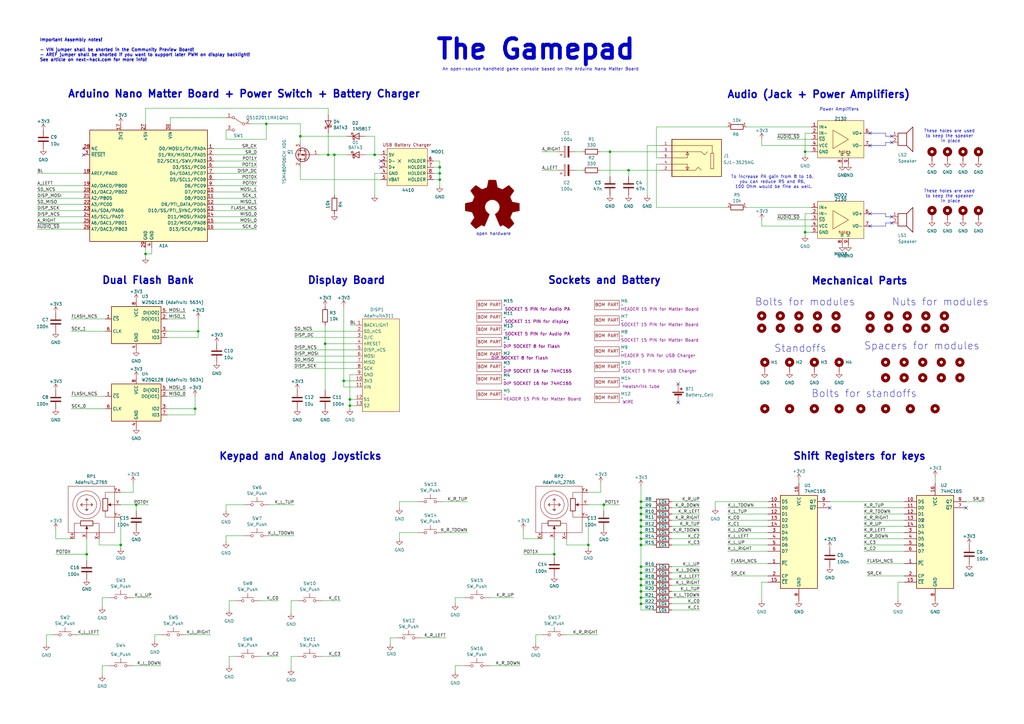
<source format=kicad_sch>
(kicad_sch (version 20231120) (generator "eeschema") (generator_version "8.0")
  (paper "A3")
  (title_block (title "The Gamepad") (date "2023-12-05") (rev "1.0") (company "Nicola Wrachien"))
  (junction (at 262.89 208.28))
  (junction (at 262.89 210.82))
  (junction (at 140.97 156.21))
  (junction (at 262.89 240.03))
  (junction (at 81.28 135.89))
  (junction (at 59.69 104.14))
  (junction (at 262.89 234.95))
  (junction (at 250.19 62.23))
  (junction (at 262.89 205.74))
  (junction (at 153.67 63.5))
  (junction (at 143.51 166.37))
  (junction (at 262.89 220.98))
  (junction (at 241.3 223.52))
  (junction (at 134.62 63.5))
  (junction (at 80.01 167.64))
  (junction (at 123.19 55.88))
  (junction (at 262.89 215.9))
  (junction (at 180.34 73.66))
  (junction (at 262.89 247.65))
  (junction (at 262.89 223.52))
  (junction (at 330.2 62.23))
  (junction (at 257.81 69.85))
  (junction (at 143.51 163.83))
  (junction (at 262.89 242.57))
  (junction (at 133.35 140.97))
  (junction (at 262.89 245.11))
  (junction (at 227.33 227.33))
  (junction (at 180.34 71.12))
  (junction (at 330.2 95.25))
  (junction (at 55.88 207.01))
  (junction (at 49.53 223.52))
  (junction (at 180.34 68.58))
  (junction (at 35.56 227.33))
  (junction (at 262.89 213.36))
  (junction (at 137.16 63.5))
  (junction (at 247.65 207.01))
  (junction (at 262.89 232.41))
  (junction (at 262.89 218.44))
  (junction (at 262.89 237.49))
  (junction (at 109.22 50.8))
  (no_connect (at 278.13 165.1))
  (no_connect (at 365.76 58.42))
  (no_connect (at 378.46 213.36))
  (no_connect (at 365.76 91.44))
  (no_connect (at 396.24 208.28))
  (no_connect (at 156.21 66.04))
  (no_connect (at 163.83 66.04))
  (no_connect (at 278.13 157.48))
  (no_connect (at 356.87 92.71))
  (no_connect (at 156.21 68.58))
  (no_connect (at 356.87 87.63))
  (no_connect (at 365.76 88.9))
  (no_connect (at 356.87 54.61))
  (no_connect (at 356.87 59.69))
  (no_connect (at 365.76 55.88))
  (no_connect (at 340.36 208.28))
  (no_connect (at 34.29 63.5))
  (wire (pts (xy 35.56 227.33) (xy 35.56 229.87)))
  (wire (pts (xy 219.71 260.35) (xy 219.71 264.16)))
  (wire (pts (xy 40.64 223.52) (xy 49.53 223.52)))
  (wire (pts (xy 262.89 237.49) (xy 262.89 240.03)))
  (wire (pts (xy 275.59 232.41) (xy 287.02 232.41)))
  (wire (pts (xy 222.25 62.23) (xy 228.6 62.23)))
  (wire (pts (xy 270.51 64.77) (xy 269.24 64.77)))
  (wire (pts (xy 181.61 205.74) (xy 191.77 205.74)))
  (wire (pts (xy 41.91 245.11) (xy 41.91 248.92)))
  (wire (pts (xy 119.38 246.38) (xy 119.38 251.46)))
  (wire (pts (xy 214.63 227.33) (xy 227.33 227.33)))
  (wire (pts (xy 87.63 71.12) (xy 105.41 71.12)))
  (wire (pts (xy 96.52 269.24) (xy 93.98 269.24)))
  (wire (pts (xy 298.45 223.52) (xy 314.96 223.52)))
  (wire (pts (xy 22.86 227.33) (xy 35.56 227.33)))
  (wire (pts (xy 109.22 57.15) (xy 109.22 50.8)))
  (wire (pts (xy 160.02 261.62) (xy 160.02 264.16)))
  (wire (pts (xy 227.33 220.98) (xy 227.33 227.33)))
  (wire (pts (xy 181.61 218.44) (xy 191.77 218.44)))
  (wire (pts (xy 96.52 246.38) (xy 93.98 246.38)))
  (wire (pts (xy 269.24 85.09) (xy 269.24 67.31)))
  (wire (pts (xy 41.91 245.11) (xy 44.45 245.11)))
  (wire (pts (xy 59.69 50.8) (xy 59.69 44.45)))
  (wire (pts (xy 87.63 78.74) (xy 105.41 78.74)))
  (wire (pts (xy 275.59 234.95) (xy 287.02 234.95)))
  (wire (pts (xy 269.24 52.07) (xy 269.24 64.77)))
  (wire (pts (xy 180.34 76.2) (xy 180.34 73.66)))
  (polyline (pts (xy 363.22 55.88) (xy 365.76 55.88)))
  (wire (pts (xy 332.74 92.71) (xy 312.42 92.71)))
  (wire (pts (xy 110.49 219.71) (xy 120.65 219.71)))
  (wire (pts (xy 87.63 93.98) (xy 105.41 93.98)))
  (wire (pts (xy 186.69 273.05) (xy 186.69 275.59)))
  (wire (pts (xy 68.58 160.02) (xy 76.2 160.02)))
  (wire (pts (xy 262.89 213.36) (xy 267.97 213.36)))
  (wire (pts (xy 156.21 71.12) (xy 153.67 71.12)))
  (wire (pts (xy 332.74 54.61) (xy 330.2 54.61)))
  (wire (pts (xy 163.83 205.74) (xy 163.83 208.28)))
  (wire (pts (xy 180.34 73.66) (xy 180.34 71.12)))
  (wire (pts (xy 35.56 220.98) (xy 35.56 227.33)))
  (wire (pts (xy 132.08 269.24) (xy 139.7 269.24)))
  (wire (pts (xy 69.85 48.26) (xy 69.85 50.8)))
  (wire (pts (xy 92.71 207.01) (xy 92.71 209.55)))
  (wire (pts (xy 262.89 234.95) (xy 267.97 234.95)))
  (wire (pts (xy 262.89 232.41) (xy 267.97 232.41)))
  (wire (pts (xy 269.24 52.07) (xy 298.45 52.07)))
  (wire (pts (xy 293.37 205.74) (xy 293.37 208.28)))
  (wire (pts (xy 120.65 143.51) (xy 146.05 143.51)))
  (wire (pts (xy 34.29 83.82) (xy 15.24 83.82)))
  (wire (pts (xy 92.71 57.15) (xy 109.22 57.15)))
  (wire (pts (xy 262.89 242.57) (xy 262.89 245.11)))
  (wire (pts (xy 306.07 52.07) (xy 332.74 52.07)))
  (wire (pts (xy 232.41 260.35) (xy 245.11 260.35)))
  (wire (pts (xy 21.59 260.35) (xy 19.05 260.35)))
  (wire (pts (xy 232.41 223.52) (xy 241.3 223.52)))
  (wire (pts (xy 93.98 269.24) (xy 93.98 273.05)))
  (wire (pts (xy 40.64 220.98) (xy 40.64 223.52)))
  (wire (pts (xy 105.41 76.2) (xy 87.63 76.2)))
  (wire (pts (xy 68.58 130.81) (xy 76.2 130.81)))
  (wire (pts (xy 275.59 223.52) (xy 287.02 223.52)))
  (wire (pts (xy 332.74 87.63) (xy 330.2 87.63)))
  (wire (pts (xy 262.89 223.52) (xy 267.97 223.52)))
  (wire (pts (xy 330.2 62.23) (xy 332.74 62.23)))
  (wire (pts (xy 29.21 135.89) (xy 43.18 135.89)))
  (wire (pts (xy 120.65 151.13) (xy 146.05 151.13)))
  (wire (pts (xy 275.59 215.9) (xy 287.02 215.9)))
  (wire (pts (xy 119.38 269.24) (xy 119.38 274.32)))
  (polyline (pts (xy 363.22 91.44) (xy 365.76 91.44)))
  (wire (pts (xy 247.65 207.01) (xy 254 207.01)))
  (wire (pts (xy 29.21 130.81) (xy 43.18 130.81)))
  (wire (pts (xy 298.45 226.06) (xy 314.96 226.06)))
  (wire (pts (xy 241.3 223.52) (xy 241.3 224.79)))
  (wire (pts (xy 262.89 213.36) (xy 262.89 215.9)))
  (wire (pts (xy 143.51 163.83) (xy 143.51 166.37)))
  (wire (pts (xy 354.33 208.28) (xy 370.84 208.28)))
  (wire (pts (xy 163.83 218.44) (xy 163.83 220.98)))
  (wire (pts (xy 92.71 219.71) (xy 92.71 222.25)))
  (wire (pts (xy 153.67 71.12) (xy 153.67 80.01)))
  (wire (pts (xy 262.89 220.98) (xy 267.97 220.98)))
  (wire (pts (xy 265.43 80.01) (xy 265.43 59.69)))
  (wire (pts (xy 30.48 220.98) (xy 22.86 220.98)))
  (wire (pts (xy 68.58 167.64) (xy 80.01 167.64)))
  (wire (pts (xy 246.38 62.23) (xy 250.19 62.23)))
  (wire (pts (xy 355.6 236.22) (xy 370.84 236.22)))
  (wire (pts (xy 15.24 91.44) (xy 34.29 91.44)))
  (wire (pts (xy 134.62 54.61) (xy 134.62 63.5)))
  (wire (pts (xy 177.8 66.04) (xy 180.34 66.04)))
  (wire (pts (xy 269.24 67.31) (xy 270.51 67.31)))
  (wire (pts (xy 160.02 261.62) (xy 162.56 261.62)))
  (wire (pts (xy 120.65 135.89) (xy 146.05 135.89)))
  (wire (pts (xy 298.45 208.28) (xy 314.96 208.28)))
  (wire (pts (xy 370.84 238.76) (xy 368.3 238.76)))
  (wire (pts (xy 332.74 59.69) (xy 312.42 59.69)))
  (wire (pts (xy 396.24 205.74) (xy 403.86 205.74)))
  (polyline (pts (xy 356.87 92.71) (xy 363.22 92.71)))
  (wire (pts (xy 15.24 78.74) (xy 34.29 78.74)))
  (wire (pts (xy 143.51 166.37) (xy 143.51 167.64)))
  (wire (pts (xy 262.89 210.82) (xy 267.97 210.82)))
  (wire (pts (xy 269.24 85.09) (xy 298.45 85.09)))
  (wire (pts (xy 93.98 246.38) (xy 93.98 250.19)))
  (wire (pts (xy 275.59 240.03) (xy 287.02 240.03)))
  (wire (pts (xy 330.2 62.23) (xy 330.2 63.5)))
  (wire (pts (xy 34.29 93.98) (xy 15.24 93.98)))
  (wire (pts (xy 177.8 71.12) (xy 180.34 71.12)))
  (wire (pts (xy 267.97 245.11) (xy 262.89 245.11)))
  (wire (pts (xy 59.69 101.6) (xy 59.69 104.14)))
  (wire (pts (xy 298.45 220.98) (xy 314.96 220.98)))
  (wire (pts (xy 262.89 208.28) (xy 262.89 210.82)))
  (wire (pts (xy 262.89 240.03) (xy 262.89 242.57)))
  (wire (pts (xy 262.89 237.49) (xy 267.97 237.49)))
  (wire (pts (xy 140.97 158.75) (xy 140.97 156.21)))
  (wire (pts (xy 68.58 162.56) (xy 76.2 162.56)))
  (wire (pts (xy 137.16 63.5) (xy 142.24 63.5)))
  (wire (pts (xy 63.5 262.89) (xy 63.5 260.35)))
  (wire (pts (xy 180.34 68.58) (xy 180.34 66.04)))
  (wire (pts (xy 163.83 205.74) (xy 171.45 205.74)))
  (wire (pts (xy 143.51 166.37) (xy 146.05 166.37)))
  (wire (pts (xy 275.59 242.57) (xy 287.02 242.57)))
  (wire (pts (xy 354.33 226.06) (xy 370.84 226.06)))
  (wire (pts (xy 275.59 220.98) (xy 287.02 220.98)))
  (wire (pts (xy 262.89 215.9) (xy 267.97 215.9)))
  (wire (pts (xy 330.2 87.63) (xy 330.2 95.25)))
  (wire (pts (xy 262.89 240.03) (xy 267.97 240.03)))
  (wire (pts (xy 262.89 232.41) (xy 262.89 234.95)))
  (wire (pts (xy 49.53 207.01) (xy 55.88 207.01)))
  (wire (pts (xy 306.07 85.09) (xy 332.74 85.09)))
  (wire (pts (xy 262.89 208.28) (xy 267.97 208.28)))
  (wire (pts (xy 200.66 245.11) (xy 210.82 245.11)))
  (wire (pts (xy 257.81 69.85) (xy 270.51 69.85)))
  (wire (pts (xy 80.01 162.56) (xy 80.01 167.64)))
  (wire (pts (xy 262.89 218.44) (xy 262.89 220.98)))
  (wire (pts (xy 133.35 160.02) (xy 133.35 140.97)))
  (wire (pts (xy 262.89 205.74) (xy 262.89 208.28)))
  (wire (pts (xy 262.89 220.98) (xy 262.89 223.52)))
  (wire (pts (xy 143.51 133.35) (xy 146.05 133.35)))
  (wire (pts (xy 262.89 247.65) (xy 267.97 247.65)))
  (wire (pts (xy 241.3 207.01) (xy 247.65 207.01)))
  (wire (pts (xy 49.53 201.93) (xy 54.61 201.93)))
  (wire (pts (xy 15.24 71.12) (xy 34.29 71.12)))
  (wire (pts (xy 143.51 153.67) (xy 143.51 163.83)))
  (wire (pts (xy 312.42 59.69) (xy 312.42 57.15)))
  (wire (pts (xy 298.45 215.9) (xy 314.96 215.9)))
  (wire (pts (xy 31.75 260.35) (xy 40.64 260.35)))
  (wire (pts (xy 275.59 245.11) (xy 287.02 245.11)))
  (wire (pts (xy 236.22 69.85) (xy 238.76 69.85)))
  (wire (pts (xy 354.33 223.52) (xy 370.84 223.52)))
  (wire (pts (xy 214.63 217.17) (xy 214.63 220.98)))
  (wire (pts (xy 120.65 138.43) (xy 146.05 138.43)))
  (wire (pts (xy 137.16 80.01) (xy 137.16 63.5)))
  (wire (pts (xy 133.35 133.35) (xy 133.35 140.97)))
  (wire (pts (xy 177.8 73.66) (xy 180.34 73.66)))
  (wire (pts (xy 149.86 63.5) (xy 153.67 63.5)))
  (wire (pts (xy 340.36 205.74) (xy 370.84 205.74)))
  (wire (pts (xy 41.91 273.05) (xy 44.45 273.05)))
  (wire (pts (xy 29.21 162.56) (xy 43.18 162.56)))
  (wire (pts (xy 354.33 210.82) (xy 370.84 210.82)))
  (wire (pts (xy 275.59 237.49) (xy 287.02 237.49)))
  (wire (pts (xy 134.62 44.45) (xy 134.62 46.99)))
  (wire (pts (xy 34.29 81.28) (xy 15.24 81.28)))
  (wire (pts (xy 146.05 158.75) (xy 140.97 158.75)))
  (wire (pts (xy 120.65 148.59) (xy 146.05 148.59)))
  (wire (pts (xy 55.88 207.01) (xy 60.96 207.01)))
  (wire (pts (xy 119.38 269.24) (xy 121.92 269.24)))
  (wire (pts (xy 123.19 55.88) (xy 142.24 55.88)))
  (wire (pts (xy 123.19 50.8) (xy 123.19 55.88)))
  (polyline (pts (xy 363.22 59.69) (xy 363.22 58.42)))
  (wire (pts (xy 275.59 218.44) (xy 287.02 218.44)))
  (wire (pts (xy 172.72 261.62) (xy 182.88 261.62)))
  (polyline (pts (xy 363.22 88.9) (xy 365.76 88.9)))
  (wire (pts (xy 68.58 170.18) (xy 80.01 170.18)))
  (wire (pts (xy 149.86 55.88) (xy 153.67 55.88)))
  (wire (pts (xy 318.77 90.17) (xy 332.74 90.17)))
  (wire (pts (xy 110.49 207.01) (xy 120.65 207.01)))
  (wire (pts (xy 330.2 54.61) (xy 330.2 62.23)))
  (wire (pts (xy 119.38 246.38) (xy 121.92 246.38)))
  (wire (pts (xy 68.58 128.27) (xy 76.2 128.27)))
  (wire (pts (xy 298.45 213.36) (xy 314.96 213.36)))
  (polyline (pts (xy 363.22 54.61) (xy 363.22 55.88)))
  (wire (pts (xy 87.63 60.96) (xy 105.41 60.96)))
  (wire (pts (xy 299.72 231.14) (xy 314.96 231.14)))
  (wire (pts (xy 275.59 250.19) (xy 287.02 250.19)))
  (wire (pts (xy 105.41 73.66) (xy 87.63 73.66)))
  (wire (pts (xy 54.61 198.12) (xy 54.61 201.93)))
  (wire (pts (xy 368.3 238.76) (xy 368.3 246.38)))
  (wire (pts (xy 54.61 273.05) (xy 66.04 273.05)))
  (wire (pts (xy 298.45 210.82) (xy 314.96 210.82)))
  (wire (pts (xy 123.19 55.88) (xy 123.19 58.42)))
  (wire (pts (xy 68.58 138.43) (xy 81.28 138.43)))
  (wire (pts (xy 250.19 62.23) (xy 250.19 72.39)))
  (wire (pts (xy 102.87 50.8) (xy 109.22 50.8)))
  (wire (pts (xy 81.28 130.81) (xy 81.28 135.89)))
  (wire (pts (xy 299.72 236.22) (xy 314.96 236.22)))
  (wire (pts (xy 327.66 196.85) (xy 327.66 198.12)))
  (wire (pts (xy 132.08 246.38) (xy 139.7 246.38)))
  (wire (pts (xy 140.97 125.73) (xy 140.97 156.21)))
  (wire (pts (xy 153.67 63.5) (xy 156.21 63.5)))
  (wire (pts (xy 257.81 69.85) (xy 257.81 72.39)))
  (wire (pts (xy 87.63 83.82) (xy 105.41 83.82)))
  (wire (pts (xy 262.89 218.44) (xy 267.97 218.44)))
  (wire (pts (xy 250.19 62.23) (xy 270.51 62.23)))
  (wire (pts (xy 143.51 163.83) (xy 146.05 163.83)))
  (polyline (pts (xy 356.87 59.69) (xy 363.22 59.69)))
  (wire (pts (xy 146.05 153.67) (xy 143.51 153.67)))
  (wire (pts (xy 62.23 104.14) (xy 59.69 104.14)))
  (wire (pts (xy 354.33 213.36) (xy 370.84 213.36)))
  (wire (pts (xy 87.63 86.36) (xy 105.41 86.36)))
  (wire (pts (xy 133.35 140.97) (xy 146.05 140.97)))
  (wire (pts (xy 247.65 207.01) (xy 247.65 209.55)))
  (wire (pts (xy 318.77 57.15) (xy 332.74 57.15)))
  (polyline (pts (xy 363.22 58.42) (xy 365.76 58.42)))
  (wire (pts (xy 106.68 246.38) (xy 114.3 246.38)))
  (wire (pts (xy 29.21 167.64) (xy 43.18 167.64)))
  (wire (pts (xy 219.71 260.35) (xy 222.25 260.35)))
  (wire (pts (xy 330.2 95.25) (xy 332.74 95.25)))
  (wire (pts (xy 241.3 201.93) (xy 246.38 201.93)))
  (wire (pts (xy 63.5 260.35) (xy 66.04 260.35)))
  (wire (pts (xy 55.88 207.01) (xy 55.88 209.55)))
  (wire (pts (xy 227.33 227.33) (xy 227.33 228.6)))
  (wire (pts (xy 186.69 245.11) (xy 190.5 245.11)))
  (polyline (pts (xy 356.87 54.61) (xy 363.22 54.61)))
  (wire (pts (xy 262.89 242.57) (xy 267.97 242.57)))
  (wire (pts (xy 49.53 223.52) (xy 49.53 224.79)))
  (wire (pts (xy 19.05 260.35) (xy 19.05 264.16)))
  (wire (pts (xy 222.25 220.98) (xy 214.63 220.98)))
  (wire (pts (xy 200.66 273.05) (xy 213.36 273.05)))
  (polyline (pts (xy 356.87 87.63) (xy 363.22 87.63)))
  (wire (pts (xy 262.89 245.11) (xy 262.89 247.65)))
  (wire (pts (xy 59.69 104.14) (xy 59.69 105.41)))
  (wire (pts (xy 312.42 238.76) (xy 312.42 246.38)))
  (polyline (pts (xy 363.22 92.71) (xy 363.22 91.44)))
  (wire (pts (xy 262.89 210.82) (xy 262.89 213.36)))
  (wire (pts (xy 140.97 156.21) (xy 146.05 156.21)))
  (wire (pts (xy 383.54 195.58) (xy 383.54 198.12)))
  (wire (pts (xy 262.89 223.52) (xy 262.89 232.41)))
  (wire (pts (xy 241.3 212.09) (xy 241.3 223.52)))
  (wire (pts (xy 76.2 260.35) (xy 86.36 260.35)))
  (wire (pts (xy 275.59 210.82) (xy 287.02 210.82)))
  (wire (pts (xy 130.81 63.5) (xy 134.62 63.5)))
  (wire (pts (xy 81.28 138.43) (xy 81.28 135.89)))
  (wire (pts (xy 177.8 68.58) (xy 180.34 68.58)))
  (wire (pts (xy 246.38 69.85) (xy 257.81 69.85)))
  (wire (pts (xy 275.59 247.65) (xy 287.02 247.65)))
  (wire (pts (xy 153.67 55.88) (xy 153.67 63.5)))
  (wire (pts (xy 22.86 217.17) (xy 22.86 220.98)))
  (wire (pts (xy 109.22 50.8) (xy 123.19 50.8)))
  (polyline (pts (xy 363.22 87.63) (xy 363.22 88.9)))
  (wire (pts (xy 180.34 71.12) (xy 180.34 68.58)))
  (wire (pts (xy 92.71 53.34) (xy 92.71 57.15)))
  (wire (pts (xy 236.22 62.23) (xy 238.76 62.23)))
  (wire (pts (xy 275.59 213.36) (xy 287.02 213.36)))
  (wire (pts (xy 314.96 205.74) (xy 293.37 205.74)))
  (wire (pts (xy 312.42 92.71) (xy 312.42 90.17)))
  (wire (pts (xy 106.68 269.24) (xy 114.3 269.24)))
  (wire (pts (xy 123.19 73.66) (xy 156.21 73.66)))
  (wire (pts (xy 87.63 81.28) (xy 105.41 81.28)))
  (wire (pts (xy 262.89 234.95) (xy 262.89 237.49)))
  (wire (pts (xy 262.89 250.19) (xy 267.97 250.19)))
  (wire (pts (xy 34.29 88.9) (xy 15.24 88.9)))
  (wire (pts (xy 87.63 91.44) (xy 105.41 91.44)))
  (wire (pts (xy 54.61 245.11) (xy 62.23 245.11)))
  (wire (pts (xy 69.85 48.26) (xy 92.71 48.26)))
  (wire (pts (xy 262.89 205.74) (xy 267.97 205.74)))
  (wire (pts (xy 314.96 238.76) (xy 312.42 238.76)))
  (wire (pts (xy 262.89 247.65) (xy 262.89 250.19)))
  (wire (pts (xy 80.01 170.18) (xy 80.01 167.64)))
  (wire (pts (xy 105.41 63.5) (xy 87.63 63.5)))
  (wire (pts (xy 354.33 215.9) (xy 370.84 215.9)))
  (wire (pts (xy 87.63 88.9) (xy 105.41 88.9)))
  (wire (pts (xy 262.89 215.9) (xy 262.89 218.44)))
  (wire (pts (xy 62.23 101.6) (xy 62.23 104.14)))
  (wire (pts (xy 265.43 59.69) (xy 270.51 59.69)))
  (wire (pts (xy 92.71 219.71) (xy 100.33 219.71)))
  (wire (pts (xy 275.59 208.28) (xy 287.02 208.28)))
  (wire (pts (xy 163.83 218.44) (xy 171.45 218.44)))
  (wire (pts (xy 298.45 218.44) (xy 314.96 218.44)))
  (wire (pts (xy 246.38 198.12) (xy 246.38 201.93)))
  (wire (pts (xy 15.24 76.2) (xy 34.29 76.2)))
  (wire (pts (xy 41.91 273.05) (xy 41.91 276.86)))
  (wire (pts (xy 232.41 220.98) (xy 232.41 223.52)))
  (wire (pts (xy 105.41 68.58) (xy 87.63 68.58)))
  (wire (pts (xy 105.41 66.04) (xy 87.63 66.04)))
  (wire (pts (xy 222.25 69.85) (xy 228.6 69.85)))
  (wire (pts (xy 330.2 95.25) (xy 330.2 96.52)))
  (wire (pts (xy 354.33 220.98) (xy 370.84 220.98)))
  (wire (pts (xy 68.58 135.89) (xy 81.28 135.89)))
  (wire (pts (xy 49.53 212.09) (xy 49.53 223.52)))
  (wire (pts (xy 186.69 273.05) (xy 190.5 273.05)))
  (wire (pts (xy 34.29 86.36) (xy 15.24 86.36)))
  (wire (pts (xy 92.71 207.01) (xy 100.33 207.01)))
  (wire (pts (xy 275.59 205.74) (xy 287.02 205.74)))
  (wire (pts (xy 120.65 146.05) (xy 146.05 146.05)))
  (wire (pts (xy 262.89 199.39) (xy 262.89 205.74)))
  (wire (pts (xy 134.62 63.5) (xy 137.16 63.5)))
  (wire (pts (xy 123.19 68.58) (xy 123.19 73.66)))
  (wire (pts (xy 355.6 231.14) (xy 370.84 231.14)))
  (wire (pts (xy 186.69 245.11) (xy 186.69 247.65)))
  (wire (pts (xy 59.69 44.45) (xy 134.62 44.45)))
  (wire (pts (xy 354.33 218.44) (xy 370.84 218.44)))
  (text "Keypad and Analog Joysticks" (at 89.662 188.976 0) (effects (font (size 3 3) (thickness 0.6) (bold yes)) (justify left bottom)))
  (text "Mechanical Parts" (at 352.552 115.316 0) (effects (font (size 3 3) (thickness 0.6) (bold yes))))
  (text "These holes are used \nto keep the speaker \nin place" (at 389.89 55.88 0) (effects (font (size 1.27 1.27))))
  (text "Display Board" (at 125.984 116.84 0) (effects (font (size 3 3) (thickness 0.6) (bold yes)) (justify left bottom)))
  (text "open hardware" (at 202.438 96.012 0) (effects (font (size 1.27 1.27))))
  (text "Power Amplifiers" (at 344.17 44.958 0) (effects (font (size 1.27 1.27))))
  (text "Important Assembly notes! \n\n- VIN jumper shall be shorted in the Community Preview Board! \n- AREF jumper shall be shorted if you want to support later PWM on display backlight!\nSee article on next-hack.com for more info!" (at 16.256 20.574 0) (effects (font (size 1.27 1.27) (thickness 0.254) (bold yes)) (justify left)))
  (text "Bolts for standoffs" (at 332.74 163.322 0) (effects (font (size 3 3)) (justify left bottom)))
  (text "Sockets and Battery" (at 247.904 115.062 0) (effects (font (size 3 3) (thickness 0.6) (bold yes))))
  (text "Spacers for modules" (at 354.33 143.764 0) (effects (font (size 3 3)) (justify left bottom)))
  (text "Bolts for modules" (at 309.626 125.73 0) (effects (font (size 3 3)) (justify left bottom)))
  (text "Audio (Jack + Power Amplifiers)" (at 335.788 38.862 0) (effects (font (size 3 3) (thickness 0.6) (bold yes))))
  (text "Dual Flash Bank" (at 41.656 116.84 0) (effects (font (size 3 3) (thickness 0.6) (bold yes)) (justify left bottom)))
  (text "Shift Registers for keys" (at 325.12 188.976 0) (effects (font (size 3 3) (thickness 0.6) (bold yes)) (justify left bottom)))
  (text "Nuts for modules" (at 365.76 125.73 0) (effects (font (size 3 3)) (justify left bottom)))
  (text "These holes are used \nto keep the speaker \nin place" (at 389.89 80.518 0) (effects (font (size 1.27 1.27))))
  (text "Arduino Nano Matter Board + Power Switch + Battery Charger" (at 27.686 40.386 0) (effects (font (size 3 3) (thickness 0.6) (bold yes)) (justify left bottom)))
  (text "The Gamepad" (at 219.71 20.32 0) (effects (font (size 8 8) (thickness 1.6) (bold yes))))
  (text "Standoffs\n" (at 317.5 144.78 0) (effects (font (size 3 3)) (justify left bottom)))
  (text "An open-source handheld game console based on the Arduino Nano Matter Board" (at 221.742 28.448 0) (effects (font (size 1.27 1.27))))
  (text "To increase PA gain from 8 to 16, \nyou can reduce R5 and R6, \n100 Ohm would be fine as well." (at 317.246 74.676 0) (effects (font (size 1.27 1.27))))
  (label "K_R_DOWN" (at 287.02 208.28 180))
  (label "SD_MISO" (at 120.65 148.59 0))
  (label "POT0Y" (at 60.96 207.01 180))
  (label "K_C0" (at 287.02 247.65 180))
  (label "SR_D" (at 105.41 63.5 180))
  (label "K_C1" (at 298.45 215.9 0))
  (label "K_C0" (at 298.45 213.36 0))
  (label "K_L_RIGHT" (at 298.45 226.06 0))
  (label "~{AUDIO_SD}" (at 318.77 57.15 0))
  (label "K_L_TUP" (at 287.02 242.57 180))
  (label "K_L_UP" (at 62.23 245.11 180))
  (label "K_C1" (at 139.7 246.38 180))
  (label "K_C3" (at 287.02 223.52 180))
  (label "K_L_TDOWN" (at 298.45 208.28 0))
  (label "SD_NCS" (at 120.65 135.89 0))
  (label "SR_D" (at 403.86 205.74 180))
  (label "K_C3" (at 139.7 269.24 180))
  (label "MOSI_1" (at 105.41 78.74 180))
  (label "SR_CK" (at 105.41 60.96 180))
  (label "A_RIGHT" (at 15.24 91.44 0))
  (label "K_R_TDOWN" (at 287.02 218.44 180))
  (label "POT0Y" (at 105.41 76.2 180))
  (label "SR_CK" (at 355.6 236.22 0))
  (label "~{AUDIO_SD}" (at 318.77 90.17 0))
  (label "K_L_LEFT" (at 287.02 237.49 180))
  (label "DISP_NCS" (at 15.24 88.9 0))
  (label "FLASH_NCS" (at 29.21 162.56 0))
  (label "FLASH_NCS" (at 299.72 231.14 0))
  (label "K_R_TDOWN" (at 191.77 218.44 180))
  (label "K_R_TUP" (at 191.77 205.74 180))
  (label "SCK_1" (at 29.21 135.89 0))
  (label "A_LEFT" (at 15.24 76.2 0))
  (label "MISO_0" (at 76.2 162.56 180))
  (label "K_R_TUP" (at 354.33 208.28 0))
  (label "MOSI_0" (at 105.41 91.44 180))
  (label "POT0X" (at 105.41 73.66 180))
  (label "DISP_SCK" (at 15.24 86.36 0))
  (label "POT1X" (at 214.63 227.33 0))
  (label "K_L_TUP" (at 120.65 207.01 180))
  (label "K_R_UP" (at 354.33 215.9 0))
  (label "K_R_TUP" (at 287.02 215.9 180))
  (label "POT0X" (at 22.86 227.33 0))
  (label "K_L_TUP" (at 298.45 210.82 0))
  (label "K_R_DOWN" (at 354.33 220.98 0))
  (label "K_C1" (at 287.02 250.19 180))
  (label "K_C2" (at 114.3 269.24 180))
  (label "K_L_UP" (at 287.02 232.41 180))
  (label "A_RIGHT" (at 222.25 62.23 0))
  (label "K_R_TDOWN" (at 354.33 210.82 0))
  (label "POT1Y" (at 254 207.01 180))
  (label "K_C2" (at 287.02 220.98 180))
  (label "K_L_DOWN" (at 298.45 218.44 0))
  (label "SD_NCS" (at 15.24 78.74 0))
  (label "K_C0" (at 114.3 246.38 180))
  (label "K_L_RIGHT" (at 287.02 240.03 180))
  (label "POT1Y" (at 105.41 66.04 180))
  (label "MOSI_0" (at 76.2 160.02 180))
  (label "DISP_MOSI" (at 120.65 146.05 0))
  (label "DISP_MOSI" (at 15.24 81.28 0))
  (label "SCK_1" (at 105.41 81.28 180))
  (label "SCK_0" (at 105.41 93.98 180))
  (label "BL" (at 15.24 71.12 0))
  (label "SR_CK" (at 299.72 236.22 0))
  (label "K_R_DOWN" (at 213.36 273.05 180))
  (label "K_L_DOWN" (at 287.02 234.95 180))
  (label "K_L_TDOWN" (at 287.02 245.11 180))
  (label "K_L_DOWN" (at 66.04 273.05 180))
  (label "K_C3" (at 354.33 223.52 0))
  (label "K_R_UP" (at 287.02 205.74 180))
  (label "K_R_LEFT" (at 354.33 218.44 0))
  (label "MISO_1" (at 76.2 130.81 180))
  (label "K_C2" (at 354.33 226.06 0))
  (label "K_L_RIGHT" (at 86.36 260.35 180))
  (label "SD_MISO" (at 15.24 83.82 0))
  (label "FLASH_NCS" (at 29.21 130.81 0))
  (label "K_R_LEFT" (at 287.02 210.82 180))
  (label "MISO_0" (at 105.41 88.9 180))
  (label "K_L_LEFT" (at 298.45 220.98 0))
  (label "K_R_LEFT" (at 182.88 261.62 180))
  (label "K_L_UP" (at 298.45 223.52 0))
  (label "BL" (at 143.51 133.35 0))
  (label "FLASH_NCS" (at 355.6 231.14 0))
  (label "K_R_UP" (at 210.82 245.11 180))
  (label "DISP_SCK" (at 120.65 151.13 0))
  (label "POT1X" (at 105.41 68.58 180))
  (label "DISP_NCS" (at 120.65 143.51 0))
  (label "K_L_LEFT" (at 40.64 260.35 180))
  (label "FLASH_NCS" (at 105.41 86.36 180))
  (label "A_LEFT" (at 222.25 69.85 0))
  (label "K_R_RIGHT" (at 245.11 260.35 180))
  (label "K_R_RIGHT" (at 287.02 213.36 180))
  (label "K_L_TDOWN" (at 120.65 219.71 180))
  (label "K_R_RIGHT" (at 354.33 213.36 0))
  (label "DISP_DC" (at 120.65 138.43 0))
  (label "DISP_DC" (at 105.41 71.12 180))
  (label "MISO_1" (at 105.41 83.82 180))
  (label "~{AUDIO_SD}" (at 15.24 93.98 0))
  (label "MOSI_1" (at 76.2 128.27 180))
  (label "SCK_0" (at 29.21 167.64 0))
  (symbol (lib_id "Switch:SW_Push") (at 195.58 273.05 0) (unit 1)
    (property "Reference" "SW16" (at 195.58 265.9845 0))
    (property "Value" "SW_Push" (at 195.58 268.4088 0))
    (property "Footprint" "DoomWSTK:Adafruit_PB_3983_SW6x6_DUALCASE" (effects (hide yes)))
    (property "Description" "Push button switch, generic, two pins" (effects (hide yes)))
    (property "PartNumber" "TS02-66-70-BK-100-SCR-D" (effects (hide yes)))
  )
  (symbol (lib_id "Device:C") (at 340.36 228.6 0) (unit 1)
    (property "Reference" "C5" (at 343.281 227.6915 0) (effects (justify left)))
    (property "Value" "100n" (at 343.281 230.4666 0) (effects (justify left)))
    (property "Footprint" "Capacitor_THT:C_Disc_D3.8mm_W2.6mm_P2.50mm" (effects (hide yes)))
    (property "PartNumber" "K104K10X7RF5TL2 " (effects (hide yes)))
  )
  (symbol (lib_id "Mechanical:MountingHole") (at 344.17 167.64 0) (unit 1) (exclude_from_sim yes) (on_board no)
    (property "Reference" "H38" (effects (hide yes)))
    (property "Value" "29301" (effects (hide yes)))
    (property "Description" "Bolt for standoffs" (effects (hide yes)))
    (property "PartNumber" "29301" (effects (hide yes)))
  )
  (symbol (lib_id "power:+3V3") (at 22.86 160.02 0) (mirror y) (unit 1)
    (property "Reference" "#PWR023" (effects (hide yes)))
    (property "Value" "+3V3" (at 22.86 156.4155 0))
  )
  (symbol (lib_id "Mechanical:MountingHole") (at 363.22 148.59 0) (unit 1) (exclude_from_sim yes) (on_board no)
    (property "Reference" "H25" (effects (hide yes)))
    (property "Value" "R907-7" (effects (hide yes)))
    (property "Description" "Nylon Spacer" (effects (hide yes)))
    (property "PartNumber" "R907-7" (effects (hide yes)))
  )
  (symbol (lib_id "power:GND") (at 227.33 236.22 0) (unit 1)
    (property "Reference" "#PWR048" (effects (hide yes)))
    (property "Value" "GND" (at 227.33 240.3531 0))
    (property "Description" "Power symbol creates a global label with name \"GND\" , ground" (effects (hide yes)))
  )
  (symbol (lib_id "Mechanical:MountingHole") (at 378.46 154.94 0) (unit 1) (exclude_from_sim yes) (on_board no)
    (property "Reference" "H30" (effects (hide yes)))
    (property "Value" "R907-7" (effects (hide yes)))
    (property "Description" "Nylon Spacer" (effects (hide yes)))
    (property "PartNumber" "R907-7" (effects (hide yes)))
  )
  (symbol (lib_id "Switch:SW_Push") (at 127 246.38 0) (unit 1)
    (property "Reference" "SW10" (at 127 239.3145 0))
    (property "Value" "SW_Push" (at 127 241.7388 0))
    (property "Footprint" "DoomWSTK:PTS636 SL43 LFS" (effects (hide yes)))
    (property "Description" "PTS636 SL43 LFS" (effects (hide yes)))
    (property "PartNumber" "PTS636 SL43 LFS" (effects (hide yes)))
  )
  (symbol (lib_name "MountingHole_Pad_1") (lib_id "Mechanical:MountingHole_Pad") (at 401.32 87.63 0) (unit 1) (exclude_from_sim yes) (in_bom no)
    (property "Reference" "H50" (effects (hide yes)))
    (property "Value" "MountingHole_Pad" (effects (hide yes)))
    (property "Footprint" "TestPoint:TestPoint_THTPad_D2.0mm_Drill1.0mm" (effects (hide yes)))
    (property "Description" "Pad to keep the speaker in place" (effects (hide yes)))
  )
  (symbol (lib_id "power:+3V3") (at 22.86 128.27 0) (unit 1)
    (property "Reference" "#PWR021" (effects (hide yes)))
    (property "Value" "+3V3" (at 22.86 124.6655 0))
  )
  (symbol (lib_id "Device:C") (at 247.65 213.36 0) (mirror y) (unit 1)
    (property "Reference" "C13" (at 244.729 212.4515 0) (effects (justify left)))
    (property "Value" "100n" (at 244.729 215.2266 0) (effects (justify left)))
    (property "Footprint" "Capacitor_THT:C_Disc_D3.8mm_W2.6mm_P2.50mm" (effects (hide yes)))
    (property "PartNumber" "K104K10X7RF5TL2 " (effects (hide yes)))
  )
  (symbol (lib_id "Device:R") (at 271.78 232.41 270) (unit 1)
    (property "Reference" "R16" (at 266.446 231.394 90))
    (property "Value" "10k" (at 271.78 232.41 90))
    (property "Footprint" "DoomWSTK:R_Axial_DIN0207_L6.3mm_D2.5mm_P10.16mm_Horizontal_ExactSilkScreen" (effects (hide yes)))
    (property "PartNumber" "CF14JT10K0" (effects (hide yes)))
  )
  (symbol (lib_id "DoomWSTK:Arduino_Nano_Matter_swdio_pins") (at 74.93 76.2 0) (mirror y) (unit 1)
    (property "Reference" "A1" (at 65.2465 100.7801 0) (effects (justify right)))
    (property "Value" "Arduino_Nano_Matter_swdio_pins" (effects (hide yes)))
    (property "Footprint" "DoomWSTK:Arduino_Nano_Matter_WithMountingHoles_TP" (effects (hide yes)))
    (property "PartNumber" "Arduino Nano Matter" (effects (hide yes)))
  )
  (symbol (lib_id "Device:R") (at 271.78 234.95 270) (unit 1)
    (property "Reference" "R17" (at 266.446 233.934 90))
    (property "Value" "10k" (at 271.78 234.95 90))
    (property "Footprint" "DoomWSTK:R_Axial_DIN0207_L6.3mm_D2.5mm_P10.16mm_Horizontal_ExactSilkScreen" (effects (hide yes)))
    (property "PartNumber" "CF14JT10K0" (effects (hide yes)))
  )
  (symbol (lib_id "power:GND") (at 180.34 76.2 0) (unit 1)
    (property "Reference" "#PWR079" (effects (hide yes)))
    (property "Value" "GND" (at 180.34 80.7625 0))
  )
  (symbol (lib_id "Graphic:Logo_Open_Hardware_Large") (at 201.93 85.09 0) (unit 1) (in_bom no)
    (property "Reference" "SYM1" (effects (hide yes)))
    (property "Value" "Logo_Open_Hardware_Large" (effects (hide yes)))
    (property "Footprint" "Symbol:OSHW-Logo2_9.8x8mm_SilkScreen" (effects (hide yes)))
    (property "Description" "Open Hardware logo, large" (effects (hide yes)))
  )
  (symbol (lib_id "power:+3V3") (at 214.63 217.17 0) (unit 1)
    (property "Reference" "#PWR045" (effects (hide yes)))
    (property "Value" "+3V3" (at 214.63 213.5655 0))
  )
  (symbol (lib_id "power:+3V3") (at 17.78 53.34 0) (unit 1)
    (property "Reference" "#PWR025" (effects (hide yes)))
    (property "Value" "+3V3" (at 17.78 49.7355 0))
  )
  (symbol (lib_id "DoomWSTK:BOM_PART") (at 248.92 156.21 0) (unit 1)
    (property "Reference" "M14" (at 254.635 155.1636 0) (effects (justify left)))
    (property "Value" "~" (at 254.635 156.845 0) (effects (justify left)))
    (property "Description" "Heatshrink tube" (at 255.27 158.496 0) (effects (justify left)))
    (property "PartNumber" "B2 3/32 BLUE SPL" (effects (hide yes)))
  )
  (symbol (lib_id "Device:R") (at 242.57 69.85 90) (unit 1)
    (property "Reference" "R2" (at 242.57 64.6897 90))
    (property "Value" "330" (at 242.57 67.1139 90))
    (property "Footprint" "DoomWSTK:R_Axial_DIN0207_L6.3mm_D2.5mm_P10.16mm_Horizontal_ExactSilkScreen" (effects (hide yes)))
    (property "PartNumber" "CF14JT330R" (effects (hide yes)))
  )
  (symbol (lib_id "power:GND") (at 330.2 63.5 0) (unit 1)
    (property "Reference" "#PWR053" (effects (hide yes)))
    (property "Value" "GND" (at 330.2 68.0625 0))
  )
  (symbol (lib_id "Mechanical:MountingHole") (at 356.87 134.62 0) (unit 1) (exclude_from_sim yes) (on_board no)
    (property "Reference" "H16" (effects (hide yes)))
    (property "Value" "MHNZ 002 4	" (effects (hide yes)))
    (property "Description" "Nut M2 x 0.4" (effects (hide yes)))
    (property "PartNumber" "MHNZ 002 4 " (effects (hide yes)))
  )
  (symbol (lib_id "Device:R") (at 271.78 240.03 270) (unit 1)
    (property "Reference" "R19" (at 266.446 239.014 90))
    (property "Value" "10k" (at 271.78 240.03 90))
    (property "Footprint" "DoomWSTK:R_Axial_DIN0207_L6.3mm_D2.5mm_P10.16mm_Horizontal_ExactSilkScreen" (effects (hide yes)))
    (property "PartNumber" "CF14JT10K0" (effects (hide yes)))
  )
  (symbol (lib_id "power:GND") (at 257.81 80.01 0) (unit 1)
    (property "Reference" "#PWR07" (effects (hide yes)))
    (property "Value" "GND" (at 257.81 84.5725 0))
  )
  (symbol (lib_name "MountingHole_Pad_1") (lib_id "Mechanical:MountingHole_Pad") (at 388.62 63.5 0) (unit 1) (exclude_from_sim yes) (in_bom no)
    (property "Reference" "H46" (effects (hide yes)))
    (property "Value" "MountingHole_Pad" (effects (hide yes)))
    (property "Footprint" "TestPoint:TestPoint_THTPad_D2.0mm_Drill1.0mm" (effects (hide yes)))
    (property "Description" "Pad to keep the speaker in place" (effects (hide yes)))
  )
  (symbol (lib_id "Mechanical:MountingHole") (at 386.08 148.59 0) (unit 1) (exclude_from_sim yes) (on_board no)
    (property "Reference" "H31" (effects (hide yes)))
    (property "Value" "R907-7" (effects (hide yes)))
    (property "Description" "Nylon Spacer" (effects (hide yes)))
    (property "PartNumber" "R907-7" (effects (hide yes)))
  )
  (symbol (lib_id "Mechanical:MountingHole_Pad") (at 323.85 149.86 0) (unit 1)
    (property "Reference" "H2" (at 326.39 148.59 0) (effects (justify left)))
    (property "Value" "V6516F" (effects (hide yes)))
    (property "Footprint" "DoomWSTK:MountingHole_2.7mm_M2.5_Pad" (effects (hide yes)))
    (property "Description" "Hex Spacer" (effects (hide yes)))
    (property "PartNumber" "V6516F" (effects (hide yes)))
  )
  (symbol (lib_id "Memory_Flash:W25Q128JVS") (at 55.88 133.35 0) (unit 1)
    (property "Reference" "U3" (at 58.0741 121.5855 0) (effects (justify left)))
    (property "Value" "W25Q128 (Adafruit: 5634)" (at 58.0741 124.0098 0) (effects (justify left)))
    (property "Footprint" "DoomWSTK:ADAFRUIT_QSPI8_DIP" (effects (hide yes)))
    (property "Datasheet" "http://www.winbond.com/resource-files/w25q128jv_dtr%20revc%2003272018%20plus.pdf" (effects (hide yes)))
    (property "PartNumber" "5634" (effects (hide yes)))
  )
  (symbol (lib_id "Switch:SW_Push") (at 127 269.24 0) (unit 1)
    (property "Reference" "SW11" (at 127 262.1745 0))
    (property "Value" "SW_Push" (at 127 264.5988 0))
    (property "Footprint" "DoomWSTK:PTS636 SL43 LFS" (effects (hide yes)))
    (property "Description" "PTS636 SL43 LFS" (effects (hide yes)))
    (property "PartNumber" "PTS636 SL43 LFS" (effects (hide yes)))
  )
  (symbol (lib_id "power:GND") (at 241.3 224.79 0) (unit 1)
    (property "Reference" "#PWR078" (effects (hide yes)))
    (property "Value" "GND" (at 241.3 228.9231 0))
    (property "Description" "Power symbol creates a global label with name \"GND\" , ground" (effects (hide yes)))
  )
  (symbol (lib_id "DoomWSTK:BOM_PART") (at 200.66 134.62 0) (unit 1)
    (property "Reference" "M13" (at 206.375 133.5736 0) (effects (justify left)))
    (property "Value" "~" (at 206.375 135.255 0) (effects (justify left)))
    (property "Description" "SOCKET 5 PIN for Audio PA" (at 207.01 136.906 0) (effects (justify left)))
    (property "PartNumber" "PPTC051LFBN-RC" (effects (hide yes)))
  )
  (symbol (lib_id "power:GND") (at 219.71 264.16 0) (unit 1)
    (property "Reference" "#PWR077" (effects (hide yes)))
    (property "Value" "GND" (at 219.71 268.7225 0))
  )
  (symbol (lib_id "power:GND") (at 163.83 220.98 0) (unit 1)
    (property "Reference" "#PWR073" (effects (hide yes)))
    (property "Value" "GND" (at 163.83 225.5425 0))
  )
  (symbol (lib_id "power:+3V3") (at 22.86 217.17 0) (unit 1)
    (property "Reference" "#PWR011" (effects (hide yes)))
    (property "Value" "+3V3" (at 22.86 213.5655 0))
  )
  (symbol (lib_id "Mechanical:MountingHole") (at 387.35 134.62 0) (unit 1) (exclude_from_sim yes) (on_board no)
    (property "Reference" "H24" (effects (hide yes)))
    (property "Value" "MHNZ 002 4	" (effects (hide yes)))
    (property "Description" "Nut M2 x 0.4" (effects (hide yes)))
    (property "PartNumber" "MHNZ 002 4 " (effects (hide yes)))
  )
  (symbol (lib_id "Device:C") (at 55.88 213.36 0) (mirror y) (unit 1)
    (property "Reference" "C15" (at 52.959 212.4515 0) (effects (justify left)))
    (property "Value" "100n" (at 52.959 215.2266 0) (effects (justify left)))
    (property "Footprint" "Capacitor_THT:C_Disc_D3.8mm_W2.6mm_P2.50mm" (effects (hide yes)))
    (property "PartNumber" "K104K10X7RF5TL2 " (effects (hide yes)))
  )
  (symbol (lib_id "Device:R") (at 271.78 210.82 270) (unit 1)
    (property "Reference" "R10" (at 266.446 209.804 90))
    (property "Value" "10k" (at 271.78 210.82 90))
    (property "Footprint" "DoomWSTK:R_Axial_DIN0207_L6.3mm_D2.5mm_P10.16mm_Horizontal_ExactSilkScreen" (effects (hide yes)))
    (property "PartNumber" "CF14JT10K0" (effects (hide yes)))
  )
  (symbol (lib_id "Device:C_Polarized") (at 232.41 62.23 90) (unit 1)
    (property "Reference" "C1" (at 232.41 54.61 90))
    (property "Value" "100u" (at 232.41 57.15 90))
    (property "Footprint" "Capacitor_THT:CP_Radial_D6.3mm_P2.50mm" (effects (hide yes)))
    (property "Sim.Device" "C" (effects (hide yes)))
    (property "Sim.Pins" "1=+ 2=-" (effects (hide yes)))
    (property "PartNumber" "ES5107M016AE1EA " (effects (hide yes)))
  )
  (symbol (lib_name "MountingHole_Pad_1") (lib_id "Mechanical:MountingHole_Pad") (at 394.97 63.5 0) (unit 1) (exclude_from_sim yes) (in_bom no)
    (property "Reference" "H43" (effects (hide yes)))
    (property "Value" "MountingHole_Pad" (effects (hide yes)))
    (property "Footprint" "TestPoint:TestPoint_THTPad_D2.0mm_Drill1.0mm" (effects (hide yes)))
    (property "Description" "Pad to keep the speaker in place" (effects (hide yes)))
  )
  (symbol (lib_id "power:+3V3") (at 397.51 223.52 0) (unit 1)
    (property "Reference" "#PWR064" (effects (hide yes)))
    (property "Value" "+3V3" (at 397.51 219.9155 0))
  )
  (symbol (lib_name "MountingHole_Pad_1") (lib_id "Mechanical:MountingHole_Pad") (at 382.27 87.63 0) (unit 1) (exclude_from_sim yes) (in_bom no)
    (property "Reference" "H47" (effects (hide yes)))
    (property "Value" "MountingHole_Pad" (effects (hide yes)))
    (property "Footprint" "TestPoint:TestPoint_THTPad_D2.0mm_Drill1.0mm" (effects (hide yes)))
    (property "Description" "Pad to keep the speaker in place" (effects (hide yes)))
  )
  (symbol (lib_id "power:GND") (at 17.78 60.96 0) (unit 1)
    (property "Reference" "#PWR026" (effects (hide yes)))
    (property "Value" "GND" (at 17.78 65.5225 0))
  )
  (symbol (lib_id "Mechanical:MountingHole") (at 372.11 129.54 0) (unit 1) (exclude_from_sim yes) (on_board no)
    (property "Reference" "H19" (effects (hide yes)))
    (property "Value" "MHNZ 002 4	" (effects (hide yes)))
    (property "Description" "Nut M2 x 0.4" (effects (hide yes)))
    (property "PartNumber" "MHNZ 002 4 " (effects (hide yes)))
  )
  (symbol (lib_id "power:GND") (at 186.69 275.59 0) (unit 1)
    (property "Reference" "#PWR075" (effects (hide yes)))
    (property "Value" "GND" (at 186.69 280.1525 0))
  )
  (symbol (lib_id "Switch:SW_Push") (at 195.58 245.11 0) (unit 1)
    (property "Reference" "SW15" (at 195.58 238.0445 0))
    (property "Value" "SW_Push" (at 195.58 240.4688 0))
    (property "Footprint" "DoomWSTK:Adafruit_PB_3983_SW6x6_DUALCASE" (effects (hide yes)))
    (property "Description" "Push button switch, generic, two pins" (effects (hide yes)))
    (property "PartNumber" "TS02-66-70-BK-100-SCR-D" (effects (hide yes)))
  )
  (symbol (lib_id "Device:C") (at 121.92 163.83 0) (unit 1)
    (property "Reference" "C12" (at 124.841 162.9215 0) (effects (justify left)))
    (property "Value" "10u" (at 124.841 165.6966 0) (effects (justify left)))
    (property "Footprint" "Capacitor_THT:C_Disc_D5.1mm_W3.2mm_P5.00mm" (effects (hide yes)))
    (property "PartNumber" "FG28X5R1E106MRT06" (effects (hide yes)))
  )
  (symbol (lib_id "power:GND") (at 49.53 224.79 0) (unit 1)
    (property "Reference" "#PWR016" (effects (hide yes)))
    (property "Value" "GND" (at 49.53 228.9231 0))
    (property "Description" "Power symbol creates a global label with name \"GND\" , ground" (effects (hide yes)))
  )
  (symbol (lib_id "power:+3V3") (at 121.92 160.02 0) (unit 1)
    (property "Reference" "#PWR042" (effects (hide yes)))
    (property "Value" "+3V3" (at 121.92 156.4155 0))
  )
  (symbol (lib_id "power:GND") (at 394.97 66.04 0) (unit 1)
    (property "Reference" "#PWR05" (effects (hide yes)))
    (property "Value" "GND" (at 394.97 70.6025 0))
  )
  (symbol (lib_id "DoomWSTK:BOM_PART") (at 200.66 124.46 0) (unit 1)
    (property "Reference" "M15" (at 206.375 123.4136 0) (effects (justify left)))
    (property "Value" "~" (at 206.375 125.095 0) (effects (justify left)))
    (property "Description" "SOCKET 5 PIN for Audio PA" (at 207.01 126.746 0) (effects (justify left)))
    (property "PartNumber" "PPTC051LFBN-RC" (effects (hide yes)))
  )
  (symbol (lib_name "MountingHole_Pad_1") (lib_id "Mechanical:MountingHole_Pad") (at 388.62 87.63 0) (unit 1) (exclude_from_sim yes) (in_bom no)
    (property "Reference" "H48" (effects (hide yes)))
    (property "Value" "MountingHole_Pad" (effects (hide yes)))
    (property "Footprint" "TestPoint:TestPoint_THTPad_D2.0mm_Drill1.0mm" (effects (hide yes)))
    (property "Description" "Pad to keep the speaker in place" (effects (hide yes)))
  )
  (symbol (lib_id "Switch:SW_Push") (at 105.41 207.01 0) (unit 1)
    (property "Reference" "SW6" (at 105.41 199.9445 0))
    (property "Value" "SW_Push" (at 105.41 202.3688 0))
    (property "Footprint" "DoomWSTK:FSMRA2JH04" (effects (hide yes)))
    (property "PartNumber" "PTS645VK58-2 LFS" (effects (hide yes)))
  )
  (symbol (lib_id "Mechanical:MountingHole") (at 363.22 167.64 0) (unit 1) (exclude_from_sim yes) (on_board no)
    (property "Reference" "H40" (effects (hide yes)))
    (property "Value" "29301" (effects (hide yes)))
    (property "Description" "Bolt for standoffs" (effects (hide yes)))
    (property "PartNumber" "29301" (effects (hide yes)))
  )
  (symbol (lib_id "power:+3V3") (at 55.88 123.19 0) (unit 1)
    (property "Reference" "#PWR027" (effects (hide yes)))
    (property "Value" "+3V3" (at 55.88 119.5855 0))
  )
  (symbol (lib_id "Switch:SW_Push") (at 49.53 273.05 0) (unit 1)
    (property "Reference" "SW4" (at 49.53 264.7145 0))
    (property "Value" "SW_Push" (at 49.53 268.4088 0))
    (property "Footprint" "DoomWSTK:Adafruit_PB_3983_SW6x6_DUALCASE" (effects (hide yes)))
    (property "Description" "Push button switch, generic, two pins" (effects (hide yes)))
    (property "PartNumber" "TS02-66-70-BK-100-SCR-D" (effects (hide yes)))
  )
  (symbol (lib_id "Device:Speaker") (at 370.84 55.88 0) (unit 1)
    (property "Reference" "LS2" (at 368.3 63.5 0) (effects (justify left)))
    (property "Value" "Speaker" (at 368.3 66.04 0) (effects (justify left)))
    (property "Footprint" "DoomWSTK:OWS-091630W50A-8" (effects (hide yes)))
    (property "PartNumber" "OWS-091630W50A-8" (effects (hide yes)))
  )
  (symbol (lib_id "DoomWSTK:BOM_PART") (at 248.92 143.51 0) (unit 1)
    (property "Reference" "M9" (at 254.635 142.4636 0) (effects (justify left)))
    (property "Value" "~" (at 254.635 144.145 0) (effects (justify left)))
    (property "Description" "HEADER 5 PIN for USB Charger" (at 254.635 145.8263 0) (effects (justify left)))
    (property "PartNumber" "PREC005SAAN-RC" (effects (hide yes)))
  )
  (symbol (lib_id "power:+3V3") (at 383.54 195.58 0) (unit 1)
    (property "Reference" "#PWR070" (effects (hide yes)))
    (property "Value" "+3V3" (at 383.54 191.9755 0))
  )
  (symbol (lib_id "Device:C") (at 257.81 76.2 0) (unit 1)
    (property "Reference" "C4" (at 260.731 74.9879 0) (effects (justify left)))
    (property "Value" "47n" (at 260.731 77.4121 0) (effects (justify left)))
    (property "Footprint" "Capacitor_THT:C_Rect_L4.6mm_W3.0mm_P2.50mm_MKS02_FKP02" (effects (hide yes)))
    (property "Description" "MKS0C024700B00MSSD" (effects (hide yes)))
    (property "PartNumber" "MKS0C024700B00MSSD" (effects (hide yes)))
  )
  (symbol (lib_id "DoomWSTK:BOM_PART") (at 248.92 137.16 0) (unit 1)
    (property "Reference" "M8" (at 254.635 136.1136 0) (effects (justify left)))
    (property "Value" "~" (at 254.635 137.795 0) (effects (justify left)))
    (property "Description" "SOCKET 15 PIN for Matter Board" (at 254.635 139.4763 0) (effects (justify left)))
    (property "PartNumber" "PPTC151LFBN-RC" (effects (hide yes)))
  )
  (symbol (lib_id "DoMiNi:Adafruit-2130") (at 332.74 52.07 0) (unit 1)
    (property "Reference" "MOD3" (at 344.805 104.1485 0))
    (property "Value" "2130" (at 344.805 48.6799 0))
    (property "Footprint" "DoomWSTK:Adafruit-2130" (effects (hide yes)))
    (property "PartNumber" "2130" (effects (hide yes)))
  )
  (symbol (lib_id "power:+3V3") (at 327.66 196.85 0) (unit 1)
    (property "Reference" "#PWR020" (effects (hide yes)))
    (property "Value" "+3V3" (at 327.66 193.2455 0))
  )
  (symbol (lib_id "Mechanical:MountingHole_Pad") (at 344.17 149.86 0) (unit 1)
    (property "Reference" "H4" (at 346.71 148.59 0) (effects (justify left)))
    (property "Value" "V6516F" (effects (hide yes)))
    (property "Footprint" "DoomWSTK:MountingHole_2.7mm_M2.5_Pad" (effects (hide yes)))
    (property "Description" "Hex Spacer" (effects (hide yes)))
    (property "PartNumber" "V6516F" (effects (hide yes)))
  )
  (symbol (lib_id "Mechanical:MountingHole") (at 364.49 129.54 0) (unit 1) (exclude_from_sim yes) (on_board no)
    (property "Reference" "H18" (effects (hide yes)))
    (property "Value" "MHNZ 002 4	" (effects (hide yes)))
    (property "Description" "Nut M2 x 0.4" (effects (hide yes)))
    (property "PartNumber" "MHNZ 002 4 " (effects (hide yes)))
  )
  (symbol (lib_id "Device:Speaker") (at 370.84 88.9 0) (unit 1)
    (property "Reference" "LS1" (at 368.3 96.52 0) (effects (justify left)))
    (property "Value" "Speaker" (at 368.3 99.06 0) (effects (justify left)))
    (property "Footprint" "DoomWSTK:OWS-091630W50A-8" (effects (hide yes)))
    (property "PartNumber" "OWS-091630W50A-8" (effects (hide yes)))
  )
  (symbol (lib_id "Device:R") (at 271.78 237.49 270) (unit 1)
    (property "Reference" "R18" (at 266.446 236.474 90))
    (property "Value" "10k" (at 271.78 237.49 90))
    (property "Footprint" "DoomWSTK:R_Axial_DIN0207_L6.3mm_D2.5mm_P10.16mm_Horizontal_ExactSilkScreen" (effects (hide yes)))
    (property "PartNumber" "CF14JT10K0" (effects (hide yes)))
  )
  (symbol (lib_id "Mechanical:MountingHole") (at 327.66 134.62 0) (unit 1) (exclude_from_sim yes) (on_board no)
    (property "Reference" "H8" (effects (hide yes)))
    (property "Value" "50M020040D020" (effects (hide yes)))
    (property "Description" "Plastic bolt M2 x 0.4" (effects (hide yes)))
    (property "PartNumber" "50M020040D020" (effects (hide yes)))
  )
  (symbol (lib_id "74xx:74HC165") (at 383.54 220.98 0) (unit 1)
    (property "Reference" "U2" (at 385.7341 199.0557 0) (effects (justify left)))
    (property "Value" "74HC165" (at 385.7341 201.4799 0) (effects (justify left)))
    (property "Footprint" "Package_DIP:DIP-16_W7.62mm" (effects (hide yes)))
    (property "Datasheet" "https://assets.nexperia.com/documents/data-sheet/74HC_HCT165.pdf" (effects (hide yes)))
    (property "PartNumber" "CD74HC165E" (effects (hide yes)))
  )
  (symbol (lib_id "power:GND") (at 401.32 90.17 0) (unit 1)
    (property "Reference" "#PWR086" (effects (hide yes)))
    (property "Value" "GND" (at 401.32 94.7325 0))
  )
  (symbol (lib_id "Mechanical:MountingHole") (at 353.06 167.64 0) (unit 1) (exclude_from_sim yes) (on_board no)
    (property "Reference" "H39" (effects (hide yes)))
    (property "Value" "29301" (effects (hide yes)))
    (property "Description" "Bolt for standoffs" (effects (hide yes)))
    (property "PartNumber" "29301" (effects (hide yes)))
  )
  (symbol (lib_id "power:GND") (at 22.86 135.89 0) (unit 1)
    (property "Reference" "#PWR022" (effects (hide yes)))
    (property "Value" "GND" (at 22.86 140.4525 0))
  )
  (symbol (lib_id "Device:R") (at 133.35 129.54 180) (unit 1)
    (property "Reference" "R3" (at 135.128 128.3278 0) (effects (justify right)))
    (property "Value" "10k" (at 135.128 130.7521 0) (effects (justify right)))
    (property "Footprint" "DoomWSTK:R_Axial_DIN0207_L6.3mm_D2.5mm_P10.16mm_Horizontal_ExactSilkScreen" (effects (hide yes)))
    (property "PartNumber" "CF14JT10K0" (effects (hide yes)))
  )
  (symbol (lib_id "Mechanical:MountingHole") (at 323.85 167.64 0) (unit 1) (exclude_from_sim yes) (on_board no)
    (property "Reference" "H36" (effects (hide yes)))
    (property "Value" "29301" (effects (hide yes)))
    (property "Description" "Bolt for standoffs" (effects (hide yes)))
    (property "PartNumber" "29301" (effects (hide yes)))
  )
  (symbol (lib_id "Switch:SW_Push") (at 176.53 218.44 0) (unit 1)
    (property "Reference" "SW14" (at 176.53 211.3745 0))
    (property "Value" "SW_Push" (at 176.53 213.7988 0))
    (property "Footprint" "DoomWSTK:FSMRA2JH04" (effects (hide yes)))
    (property "PartNumber" "PTS645VK58-2 LFS" (effects (hide yes)))
  )
  (symbol (lib_id "DoMiNi:Adafruit-2130") (at 332.74 85.09 0) (unit 1)
    (property "Reference" "MOD2" (at 344.805 80.0185 0))
    (property "Value" "2130" (at 344.805 81.6999 0))
    (property "Footprint" "DoomWSTK:Adafruit-2130" (effects (hide yes)))
    (property "PartNumber" "2130" (effects (hide yes)))
  )
  (symbol (lib_id "Mechanical:MountingHole") (at 372.11 134.62 0) (unit 1) (exclude_from_sim yes) (on_board no)
    (property "Reference" "H20" (effects (hide yes)))
    (property "Value" "MHNZ 002 4	" (effects (hide yes)))
    (property "Description" "Nut M2 x 0.4" (effects (hide yes)))
    (property "PartNumber" "MHNZ 002 4 " (effects (hide yes)))
  )
  (symbol (lib_id "Device:R") (at 271.78 242.57 270) (unit 1)
    (property "Reference" "R20" (at 266.446 241.3 90))
    (property "Value" "10k" (at 271.78 242.57 90))
    (property "Footprint" "DoomWSTK:R_Axial_DIN0207_L6.3mm_D2.5mm_P10.16mm_Horizontal_ExactSilkScreen" (effects (hide yes)))
    (property "PartNumber" "CF14JT10K0" (effects (hide yes)))
  )
  (symbol (lib_id "power:GND") (at 334.01 152.4 0) (unit 1)
    (property "Reference" "#PWR03" (effects (hide yes)))
    (property "Value" "GND" (at 334.01 156.9625 0))
  )
  (symbol (lib_id "Switch:SW_Push") (at 49.53 245.11 0) (unit 1)
    (property "Reference" "SW3" (at 49.53 238.0445 0))
    (property "Value" "SW_Push" (at 49.53 240.4688 0))
    (property "Footprint" "DoomWSTK:Adafruit_PB_3983_SW6x6_DUALCASE" (effects (hide yes)))
    (property "Description" "Push button switch, generic, two pins" (effects (hide yes)))
    (property "PartNumber" "TS02-66-70-BK-100-SCR-D" (effects (hide yes)))
  )
  (symbol (lib_id "power:GND") (at 340.36 232.41 0) (unit 1)
    (property "Reference" "#PWR013" (effects (hide yes)))
    (property "Value" "GND" (at 340.36 236.9725 0))
  )
  (symbol (lib_id "Mechanical:MountingHole_Pad") (at 334.01 149.86 0) (unit 1)
    (property "Reference" "H3" (at 336.55 148.59 0) (effects (justify left)))
    (property "Value" "V6516F" (effects (hide yes)))
    (property "Footprint" "DoomWSTK:MountingHole_2.7mm_M2.5_Pad" (effects (hide yes)))
    (property "Description" "Hex Spacer" (effects (hide yes)))
    (property "PartNumber" "V6516F" (effects (hide yes)))
  )
  (symbol (lib_id "power:GND") (at 347.98 67.31 0) (unit 1)
    (property "Reference" "#PWR076" (effects (hide yes)))
    (property "Value" "GND" (at 347.98 71.8725 0))
  )
  (symbol (lib_id "power:GND") (at 88.9 148.59 0) (unit 1)
    (property "Reference" "#PWR036" (effects (hide yes)))
    (property "Value" "GND" (at 88.9 153.1525 0))
  )
  (symbol (lib_id "Mechanical:MountingHole") (at 370.84 154.94 0) (unit 1) (exclude_from_sim yes) (on_board no)
    (property "Reference" "H28" (effects (hide yes)))
    (property "Value" "R907-7" (effects (hide yes)))
    (property "Description" "Nylon Spacer" (effects (hide yes)))
    (property "PartNumber" "R907-7" (effects (hide yes)))
  )
  (symbol (lib_id "Mechanical:MountingHole") (at 313.69 167.64 0) (unit 1) (exclude_from_sim yes) (on_board no)
    (property "Reference" "H35" (effects (hide yes)))
    (property "Value" "29301" (effects (hide yes)))
    (property "Description" "Bolt for standoffs" (effects (hide yes)))
    (property "PartNumber" "29301" (effects (hide yes)))
  )
  (symbol (lib_id "Mechanical:MountingHole") (at 342.9 129.54 0) (unit 1) (exclude_from_sim yes) (on_board no)
    (property "Reference" "H11" (effects (hide yes)))
    (property "Value" "50M020040D020" (effects (hide yes)))
    (property "Description" "Plastic bolt M2 x 0.4" (effects (hide yes)))
    (property "PartNumber" "50M020040D020" (effects (hide yes)))
  )
  (symbol (lib_name "MountingHole_Pad_1") (lib_id "Mechanical:MountingHole_Pad") (at 401.32 63.5 0) (unit 1) (exclude_from_sim yes) (in_bom no)
    (property "Reference" "H44" (effects (hide yes)))
    (property "Value" "MountingHole_Pad" (effects (hide yes)))
    (property "Footprint" "TestPoint:TestPoint_THTPad_D2.0mm_Drill1.0mm" (effects (hide yes)))
    (property "Description" "Pad to keep the speaker in place" (effects (hide yes)))
  )
  (symbol (lib_id "Device:R") (at 271.78 245.11 270) (unit 1)
    (property "Reference" "R21" (at 266.446 244.094 90))
    (property "Value" "10k" (at 271.78 245.11 90))
    (property "Footprint" "DoomWSTK:R_Axial_DIN0207_L6.3mm_D2.5mm_P10.16mm_Horizontal_ExactSilkScreen" (effects (hide yes)))
    (property "PartNumber" "CF14JT10K0" (effects (hide yes)))
  )
  (symbol (lib_id "power:GND") (at 55.88 217.17 0) (unit 1)
    (property "Reference" "#PWR049" (effects (hide yes)))
    (property "Value" "GND" (at 55.88 221.3031 0))
    (property "Description" "Power symbol creates a global label with name \"GND\" , ground" (effects (hide yes)))
  )
  (symbol (lib_name "MountingHole_Pad_1") (lib_id "Mechanical:MountingHole_Pad") (at 382.27 63.5 0) (unit 1) (exclude_from_sim yes) (in_bom no)
    (property "Reference" "H45" (effects (hide yes)))
    (property "Value" "MountingHole_Pad" (effects (hide yes)))
    (property "Footprint" "TestPoint:TestPoint_THTPad_D2.0mm_Drill1.0mm" (effects (hide yes)))
    (property "Description" "Pad to keep the speaker in place" (effects (hide yes)))
  )
  (symbol (lib_id "power:GND") (at 345.44 67.31 0) (unit 1)
    (property "Reference" "#PWR057" (effects (hide yes)))
    (property "Value" "GND" (at 345.44 71.8725 0))
  )
  (symbol (lib_id "power:GND") (at 388.62 66.04 0) (unit 1)
    (property "Reference" "#PWR082" (effects (hide yes)))
    (property "Value" "GND" (at 388.62 70.6025 0))
  )
  (symbol (lib_id "Device:C") (at 133.35 163.83 0) (unit 1)
    (property "Reference" "C11" (at 136.271 162.9215 0) (effects (justify left)))
    (property "Value" "100n" (at 136.271 165.6966 0) (effects (justify left)))
    (property "Footprint" "Capacitor_THT:C_Disc_D3.8mm_W2.6mm_P2.50mm" (effects (hide yes)))
    (property "PartNumber" "K104K10X7RF5TL2 " (effects (hide yes)))
  )
  (symbol (lib_id "power:+3V3") (at 55.88 154.94 0) (unit 1)
    (property "Reference" "#PWR029" (effects (hide yes)))
    (property "Value" "+3V3" (at 55.88 151.3355 0))
  )
  (symbol (lib_id "power:GND") (at 92.71 222.25 0) (unit 1)
    (property "Reference" "#PWR060" (effects (hide yes)))
    (property "Value" "GND" (at 92.71 226.8125 0))
  )
  (symbol (lib_id "Mechanical:MountingHole") (at 378.46 148.59 0) (unit 1) (exclude_from_sim yes) (on_board no)
    (property "Reference" "H29" (effects (hide yes)))
    (property "Value" "R907-7" (effects (hide yes)))
    (property "Description" "Nylon Spacer" (effects (hide yes)))
    (property "PartNumber" "R907-7" (effects (hide yes)))
  )
  (symbol (lib_id "power:GND") (at 345.44 100.33 0) (unit 1)
    (property "Reference" "#PWR056" (effects (hide yes)))
    (property "Value" "GND" (at 345.44 104.8925 0))
  )
  (symbol (lib_id "power:GND") (at 265.43 80.01 0) (unit 1)
    (property "Reference" "#PWR08" (effects (hide yes)))
    (property "Value" "GND" (at 265.43 84.5725 0))
  )
  (symbol (lib_id "power:GND") (at 313.69 152.4 0) (unit 1)
    (property "Reference" "#PWR01" (effects (hide yes)))
    (property "Value" "GND" (at 313.69 156.9625 0))
  )
  (symbol (lib_id "DoomWSTK:Adafruit4311") (at 146.05 133.35 0) (unit 1)
    (property "Reference" "DISP1" (at 151.765 127 0) (effects (justify left)))
    (property "Value" "Adafruit4311" (at 149.225 129.54 0) (effects (justify left)))
    (property "Footprint" "DoomWSTK:Adafruit4311" (effects (hide yes)))
    (property "PartNumber" "4311" (effects (hide yes)))
  )
  (symbol (lib_id "Mechanical:MountingHole") (at 334.01 167.64 0) (unit 1) (exclude_from_sim yes) (on_board no)
    (property "Reference" "H37" (effects (hide yes)))
    (property "Value" "29301" (effects (hide yes)))
    (property "Description" "Bolt for standoffs" (effects (hide yes)))
    (property "PartNumber" "29301" (effects (hide yes)))
  )
  (symbol (lib_id "DoomWSTK:BOM_PART") (at 200.66 154.94 0) (unit 1)
    (property "Reference" "M4" (at 206.375 153.8936 0) (effects (justify left)))
    (property "Value" "~" (at 206.375 155.575 0) (effects (justify left)))
    (property "Description" "DIP SOCKET 16 for 74HC165" (at 206.375 157.2563 0) (effects (justify left)))
    (property "PartNumber" "ICS-316-T" (effects (hide yes)))
  )
  (symbol (lib_id "power:GND") (at 92.71 209.55 0) (unit 1)
    (property "Reference" "#PWR059" (effects (hide yes)))
    (property "Value" "GND" (at 92.71 214.1125 0))
  )
  (symbol (lib_id "power:GND") (at 383.54 246.38 0) (unit 1)
    (property "Reference" "#PWR071" (effects (hide yes)))
    (property "Value" "GND" (at 383.54 250.9425 0))
  )
  (symbol (lib_id "Device:R") (at 271.78 250.19 270) (unit 1)
    (property "Reference" "R23" (at 266.446 249.174 90))
    (property "Value" "10k" (at 271.78 250.19 90))
    (property "Footprint" "DoomWSTK:R_Axial_DIN0207_L6.3mm_D2.5mm_P10.16mm_Horizontal_ExactSilkScreen" (effects (hide yes)))
    (property "PartNumber" "CF14JT10K0" (effects (hide yes)))
  )
  (symbol (lib_id "power:GND") (at 397.51 231.14 0) (unit 1)
    (property "Reference" "#PWR065" (effects (hide yes)))
    (property "Value" "GND" (at 397.51 235.7025 0))
  )
  (symbol (lib_id "Mechanical:MountingHole") (at 320.04 129.54 0) (unit 1) (exclude_from_sim yes) (on_board no)
    (property "Reference" "H5" (effects (hide yes)))
    (property "Value" "50M020040D020" (effects (hide yes)))
    (property "Description" "Plastic bolt M2 x 0.4" (effects (hide yes)))
    (property "PartNumber" "50M020040D020" (effects (hide yes)))
  )
  (symbol (lib_id "Diode:BAT43") (at 134.62 50.8 90) (unit 1)
    (property "Reference" "D4" (at 136.652 49.9053 90) (effects (justify right)))
    (property "Value" "BAT43" (at 136.652 52.3296 90) (effects (justify right)))
    (property "Footprint" "Diode_THT:D_DO-35_SOD27_P7.62mm_Horizontal" (effects (hide yes)))
    (property "Datasheet" "http://www.vishay.com/docs/85660/bat42.pdf" (effects (hide yes)))
    (property "Description" "30V 0.2A Small Signal Schottky Diode, DO-35" (effects (hide yes)))
    (property "PartNumber" "BAT43" (effects (hide yes)))
  )
  (symbol (lib_id "power:GND") (at 59.69 105.41 0) (mirror y) (unit 1)
    (property "Reference" "#PWR032" (effects (hide yes)))
    (property "Value" "GND" (effects (hide yes)))
  )
  (symbol (lib_name "R_2") (lib_id "Device:R") (at 302.26 85.09 270) (unit 1)
    (property "Reference" "R5" (at 302.26 79.9295 90))
    (property "Value" "10k" (at 302.26 82.3538 90))
    (property "Footprint" "DoomWSTK:R_Axial_DIN0207_L6.3mm_D2.5mm_P10.16mm_Horizontal_ExactSilkScreen" (effects (hide yes)))
    (property "PartNumber" "CF14JT10K0" (effects (hide yes)))
  )
  (symbol (lib_id "Device:Q_PMOS_GDS") (at 125.73 63.5 180) (unit 1)
    (property "Reference" "Q1" (at 120.5231 62.2878 0) (effects (justify left)))
    (property "Value" "TSM480P06CH X0G" (at 116.586 57.15 90) (effects (justify left)))
    (property "Footprint" "Package_TO_SOT_THT:TO-251-3_Vertical" (effects (hide yes)))
    (property "Description" "P-MOSFET transistor, gate/drain/source" (effects (hide yes)))
    (property "PartNumber" "TSM480P06CH X0G" (effects (hide yes)))
  )
  (symbol (lib_id "power:GND") (at 19.05 264.16 0) (unit 1)
    (property "Reference" "#PWR010" (effects (hide yes)))
    (property "Value" "GND" (at 19.05 268.7225 0))
  )
  (symbol (lib_id "power:+3V3") (at 140.97 125.73 0) (unit 1)
    (property "Reference" "#PWR039" (effects (hide yes)))
    (property "Value" "+3V3" (at 140.97 122.1255 0))
  )
  (symbol (lib_id "power:GND") (at 22.86 167.64 0) (mirror y) (unit 1)
    (property "Reference" "#PWR024" (effects (hide yes)))
    (property "Value" "GND" (at 22.86 172.2025 0))
  )
  (symbol (lib_id "DoomWSTK:BOM_PART") (at 200.66 149.86 0) (unit 1)
    (property "Reference" "M3" (at 206.375 148.8136 0) (effects (justify left)))
    (property "Value" "~" (at 206.375 150.495 0) (effects (justify left)))
    (property "Description" "DIP SOCKET 16 for 74HC165" (at 206.375 152.1763 0) (effects (justify left)))
    (property "PartNumber" "ICS-316-T" (effects (hide yes)))
  )
  (symbol (lib_id "Device:C") (at 22.86 163.83 0) (mirror y) (unit 1)
    (property "Reference" "C8" (at 19.939 162.9215 0) (effects (justify left)))
    (property "Value" "100n" (at 19.939 165.6966 0) (effects (justify left)))
    (property "Footprint" "Capacitor_THT:C_Disc_D3.8mm_W2.6mm_P2.50mm" (effects (hide yes)))
    (property "PartNumber" "K104K10X7RF5TL2 " (effects (hide yes)))
  )
  (symbol (lib_id "Device:R") (at 271.78 205.74 270) (unit 1)
    (property "Reference" "R8" (at 265.938 204.724 90))
    (property "Value" "10k" (at 271.78 205.74 90))
    (property "Footprint" "DoomWSTK:R_Axial_DIN0207_L6.3mm_D2.5mm_P10.16mm_Horizontal_ExactSilkScreen" (effects (hide yes)))
    (property "PartNumber" "CF14JT10K0" (effects (hide yes)))
  )
  (symbol (lib_id "Device:C") (at 17.78 57.15 0) (unit 1)
    (property "Reference" "C9" (at 20.701 56.2415 0) (effects (justify left)))
    (property "Value" "10u" (at 20.701 59.0166 0) (effects (justify left)))
    (property "Footprint" "Capacitor_THT:C_Disc_D5.1mm_W3.2mm_P5.00mm" (effects (hide yes)))
    (property "PartNumber" "FG28X5R1E106MRT06" (effects (hide yes)))
  )
  (symbol (lib_id "Mechanical:MountingHole") (at 364.49 134.62 0) (unit 1) (exclude_from_sim yes) (on_board no)
    (property "Reference" "H17" (effects (hide yes)))
    (property "Value" "MHNZ 002 4	" (effects (hide yes)))
    (property "Description" "Nut M2 x 0.4" (effects (hide yes)))
    (property "PartNumber" "MHNZ 002 4 " (effects (hide yes)))
  )
  (symbol (lib_id "power:GND") (at 143.51 167.64 0) (unit 1)
    (property "Reference" "#PWR040" (effects (hide yes)))
    (property "Value" "GND" (at 143.51 172.2025 0))
  )
  (symbol (lib_id "Memory_Flash:W25Q128JVS") (at 55.88 165.1 0) (unit 1)
    (property "Reference" "U4" (at 58.0741 153.3355 0) (effects (justify left)))
    (property "Value" "W25Q128 (Adafruit: 5634)" (at 58.0741 155.7598 0) (effects (justify left)))
    (property "Footprint" "DoomWSTK:ADAFRUIT_QSPI8_DIP" (effects (hide yes)))
    (property "Datasheet" "http://www.winbond.com/resource-files/w25q128jv_dtr%20revc%2003272018%20plus.pdf" (effects (hide yes)))
    (property "PartNumber" "5634" (effects (hide yes)))
  )
  (symbol (lib_id "Device:C") (at 35.56 233.68 0) (mirror y) (unit 1)
    (property "Reference" "C16" (at 32.639 232.7715 0) (effects (justify left)))
    (property "Value" "100n" (at 32.639 235.5466 0) (effects (justify left)))
    (property "Footprint" "Capacitor_THT:C_Disc_D3.8mm_W2.6mm_P2.50mm" (effects (hide yes)))
    (property "PartNumber" "K104K10X7RF5TL2 " (effects (hide yes)))
  )
  (symbol (lib_id "power:GND") (at 347.98 100.33 0) (unit 1)
    (property "Reference" "#PWR055" (effects (hide yes)))
    (property "Value" "GND" (at 347.98 104.8925 0))
  )
  (symbol (lib_id "power:GND") (at 93.98 250.19 0) (unit 1)
    (property "Reference" "#PWR062" (effects (hide yes)))
    (property "Value" "GND" (at 93.98 254.7525 0))
  )
  (symbol (lib_id "Device:C") (at 397.51 227.33 0) (unit 1)
    (property "Reference" "C6" (at 400.431 226.4215 0) (effects (justify left)))
    (property "Value" "100n" (at 400.431 229.1966 0) (effects (justify left)))
    (property "Footprint" "Capacitor_THT:C_Disc_D3.8mm_W2.6mm_P2.50mm" (effects (hide yes)))
    (property "PartNumber" "K104K10X7RF5TL2 " (effects (hide yes)))
  )
  (symbol (lib_id "Switch:SW_Push") (at 167.64 261.62 0) (unit 1)
    (property "Reference" "SW12" (at 167.64 254.5545 0))
    (property "Value" "SW_Push" (at 167.64 256.9788 0))
    (property "Footprint" "DoomWSTK:Adafruit_PB_3983_SW6x6_DUALCASE" (effects (hide yes)))
    (property "Description" "Push button switch, generic, two pins" (effects (hide yes)))
    (property "PartNumber" "TS02-66-70-BK-100-SCR-D" (effects (hide yes)))
  )
  (symbol (lib_id "DoomWSTK:BOM_PART") (at 200.66 139.7 0) (unit 1)
    (property "Reference" "M1" (at 206.375 138.6536 0) (effects (justify left)))
    (property "Value" "~" (at 206.375 140.335 0) (effects (justify left)))
    (property "Description" "DIP SOCKET 8 for Flash" (at 206.375 142.0163 0) (effects (justify left)))
    (property "PartNumber" "ICS-308-T " (effects (hide yes)))
  )
  (symbol (lib_id "Mechanical:MountingHole") (at 393.7 154.94 0) (unit 1) (exclude_from_sim yes) (on_board no)
    (property "Reference" "H34" (effects (hide yes)))
    (property "Value" "R907-7" (effects (hide yes)))
    (property "Description" "Nylon Spacer" (effects (hide yes)))
    (property "PartNumber" "R907-7" (effects (hide yes)))
  )
  (symbol (lib_id "Mechanical:MountingHole") (at 386.08 154.94 0) (unit 1) (exclude_from_sim yes) (on_board no)
    (property "Reference" "H32" (effects (hide yes)))
    (property "Value" "R907-7" (effects (hide yes)))
    (property "Description" "Nylon Spacer" (effects (hide yes)))
    (property "PartNumber" "R907-7" (effects (hide yes)))
  )
  (symbol (lib_id "Device:C_Polarized") (at 232.41 69.85 90) (unit 1)
    (property "Reference" "C2" (at 232.41 74.93 90))
    (property "Value" "100u" (at 232.41 77.47 90))
    (property "Footprint" "Capacitor_THT:CP_Radial_D6.3mm_P2.50mm" (effects (hide yes)))
    (property "PartNumber" "ES5107M016AE1EA " (effects (hide yes)))
  )
  (symbol (lib_id "Switch:SW_Push") (at 71.12 260.35 0) (unit 1)
    (property "Reference" "SW5" (at 71.12 253.2845 0))
    (property "Value" "SW_Push" (at 71.12 255.7088 0))
    (property "Footprint" "DoomWSTK:Adafruit_PB_3983_SW6x6_DUALCASE" (effects (hide yes)))
    (property "Description" "Push button switch, generic, two pins" (effects (hide yes)))
    (property "PartNumber" "TS02-66-70-BK-100-SCR-D" (effects (hide yes)))
  )
  (symbol (lib_id "power:GND") (at 293.37 208.28 0) (unit 1)
    (property "Reference" "#PWR046" (effects (hide yes)))
    (property "Value" "GND" (at 293.37 212.8425 0))
  )
  (symbol (lib_id "Mechanical:MountingHole_Pad") (at 313.69 149.86 0) (unit 1)
    (property "Reference" "H1" (at 316.23 148.59 0) (effects (justify left)))
    (property "Value" "V6516F" (effects (hide yes)))
    (property "Footprint" "DoomWSTK:MountingHole_2.7mm_M2.5_Pad" (effects (hide yes)))
    (property "Description" "Hex Spacer" (effects (hide yes)))
    (property "PartNumber" "V6516F" (effects (hide yes)))
  )
  (symbol (lib_id "power:GND") (at 41.91 276.86 0) (unit 1)
    (property "Reference" "#PWR015" (effects (hide yes)))
    (property "Value" "GND" (at 41.91 281.4225 0))
  )
  (symbol (lib_name "Adafruit_2765_Mini_2-Axis_Analog_Thumbstick_1") (lib_id "DoMiNi:Adafruit_2765_Mini_2-Axis_Analog_Thumbstick") (at 35.56 207.01 0) (unit 1)
    (property "Reference" "RP1" (at 37.465 195.3725 0))
    (property "Value" "Adafruit_2765" (at 37.465 197.7968 0))
    (property "Footprint" "DoomWSTK:Adafruit_2765" (effects (hide yes)))
    (property "PartNumber" "2765" (effects (hide yes)))
  )
  (symbol (lib_id "Mechanical:MountingHole") (at 335.28 129.54 0) (unit 1) (exclude_from_sim yes) (on_board no)
    (property "Reference" "H9" (effects (hide yes)))
    (property "Value" "50M020040D020" (effects (hide yes)))
    (property "Description" "Plastic bolt M2 x 0.4" (effects (hide yes)))
    (property "PartNumber" "50M020040D020" (effects (hide yes)))
  )
  (symbol (lib_id "DoomWSTK:BOM_PART") (at 200.66 144.78 0) (unit 1)
    (property "Reference" "M2" (at 206.375 144.9458 0) (effects (justify left)))
    (property "Value" "~" (at 206.375 146.6272 0) (effects (justify left)))
    (property "Description" "DIP SOCKET 8 for Flash" (at 213.106 146.812 0))
    (property "PartNumber" "ICS-308-T " (effects (hide yes)))
  )
  (symbol (lib_id "power:GND") (at 368.3 246.38 0) (unit 1)
    (property "Reference" "#PWR068" (effects (hide yes)))
    (property "Value" "GND" (at 368.3 250.9425 0))
  )
  (symbol (lib_id "DoomWSTK:BOM_PART") (at 248.92 124.46 0) (unit 1)
    (property "Reference" "M6" (at 254.635 123.4136 0) (effects (justify left)))
    (property "Value" "~" (at 254.635 125.095 0) (effects (justify left)))
    (property "Description" "HEADER 15 PIN for Matter Board" (at 254.635 126.7763 0) (effects (justify left)))
    (property "PartNumber" "PREC015SAAN-RC" (effects (hide yes)))
  )
  (symbol (lib_id "Switch:SW_Push") (at 101.6 246.38 0) (unit 1)
    (property "Reference" "SW8" (at 101.6 239.3145 0))
    (property "Value" "SW_Push" (at 101.6 241.7388 0))
    (property "Footprint" "DoomWSTK:PTS636 SL43 LFS" (effects (hide yes)))
    (property "Description" "PTS636 SL43 LFS" (effects (hide yes)))
    (property "PartNumber" "PTS636 SL43 LFS" (effects (hide yes)))
  )
  (symbol (lib_id "power:GND") (at 55.88 175.26 0) (unit 1)
    (property "Reference" "#PWR030" (effects (hide yes)))
    (property "Value" "GND" (at 55.88 179.8225 0))
  )
  (symbol (lib_id "Device:R") (at 242.57 62.23 90) (unit 1)
    (property "Reference" "R1" (at 242.57 57.0697 90))
    (property "Value" "330" (at 242.57 59.4939 90))
    (property "Footprint" "DoomWSTK:R_Axial_DIN0207_L6.3mm_D2.5mm_P10.16mm_Horizontal_ExactSilkScreen" (effects (hide yes)))
    (property "PartNumber" "CF14JT330R" (effects (hide yes)))
  )
  (symbol (lib_id "power:+3V3") (at 88.9 140.97 0) (unit 1)
    (property "Reference" "#PWR035" (effects (hide yes)))
    (property "Value" "+3V3" (at 88.9 137.3655 0))
  )
  (symbol (lib_id "power:GND") (at 247.65 217.17 0) (unit 1)
    (property "Reference" "#PWR047" (effects (hide yes)))
    (property "Value" "GND" (at 247.65 221.3031 0))
    (property "Description" "Power symbol creates a global label with name \"GND\" , ground" (effects (hide yes)))
  )
  (symbol (lib_id "power:GND") (at 163.83 208.28 0) (unit 1)
    (property "Reference" "#PWR072" (effects (hide yes)))
    (property "Value" "GND" (at 163.83 212.8425 0))
  )
  (symbol (lib_id "Switch:SW_SPDT") (at 97.79 50.8 0) (mirror y) (unit 1)
    (property "Reference" "SW1" (at 97.79 55.626 0))
    (property "Value" "OS102011MA1QN1" (at 109.728 48.26 0))
    (property "Footprint" "DoomWSTK:OS102011MA1QN1" (effects (hide yes)))
    (property "PartNumber" "OS102011MA1QN1 " (effects (hide yes)))
  )
  (symbol (lib_id "Device:C") (at 250.19 76.2 0) (unit 1)
    (property "Reference" "C3" (at 243.84 74.93 0) (effects (justify left)))
    (property "Value" "47n" (at 243.205 77.47 0) (effects (justify left)))
    (property "Footprint" "Capacitor_THT:C_Rect_L4.6mm_W3.0mm_P2.50mm_MKS02_FKP02" (effects (hide yes)))
    (property "Description" "MKS0C024700B00MSSD" (effects (hide yes)))
    (property "PartNumber" "MKS0C024700B00MSSD" (effects (hide yes)))
  )
  (symbol (lib_id "DoomWSTK:BOM_PART") (at 248.92 130.81 0) (unit 1)
    (property "Reference" "M7" (at 254.635 129.7636 0) (effects (justify left)))
    (property "Value" "~" (at 254.635 131.445 0) (effects (justify left)))
    (property "Description" "SOCKET 15 PIN for Matter Board" (at 254.635 133.1263 0) (effects (justify left)))
    (property "PartNumber" "PPTC151LFBN-RC" (effects (hide yes)))
  )
  (symbol (lib_id "Device:R") (at 271.78 223.52 270) (unit 1)
    (property "Reference" "R15" (at 266.446 222.504 90))
    (property "Value" "10k" (at 271.78 223.52 90))
    (property "Footprint" "DoomWSTK:R_Axial_DIN0207_L6.3mm_D2.5mm_P10.16mm_Horizontal_ExactSilkScreen" (effects (hide yes)))
    (property "PartNumber" "CF14JT10K0" (effects (hide yes)))
  )
  (symbol (lib_id "Mechanical:MountingHole") (at 335.28 134.62 0) (unit 1) (exclude_from_sim yes) (on_board no)
    (property "Reference" "H10" (effects (hide yes)))
    (property "Value" "50M020040D020" (effects (hide yes)))
    (property "Description" "Plastic bolt M2 x 0.4" (effects (hide yes)))
    (property "PartNumber" "50M020040D020" (effects (hide yes)))
  )
  (symbol (lib_name "R_1") (lib_id "Device:R") (at 302.26 52.07 270) (unit 1)
    (property "Reference" "R6" (at 301.752 55.118 90))
    (property "Value" "10k" (at 302.26 49.3338 90))
    (property "Footprint" "DoomWSTK:R_Axial_DIN0207_L6.3mm_D2.5mm_P10.16mm_Horizontal_ExactSilkScreen" (effects (hide yes)))
    (property "PartNumber" "CF14JT10K0" (effects (hide yes)))
  )
  (symbol (lib_id "Mechanical:MountingHole") (at 379.73 134.62 0) (unit 1) (exclude_from_sim yes) (on_board no)
    (property "Reference" "H22" (effects (hide yes)))
    (property "Value" "MHNZ 002 4	" (effects (hide yes)))
    (property "Description" "Nut M2 x 0.4" (effects (hide yes)))
    (property "PartNumber" "MHNZ 002 4 " (effects (hide yes)))
  )
  (symbol (lib_id "Device:Battery_Cell") (at 278.13 162.56 0) (unit 1) (on_board no)
    (property "Reference" "BT1" (at 281.051 159.5063 0) (effects (justify left)))
    (property "Value" "Battery_Cell" (at 281.051 161.9306 0) (effects (justify left)))
    (property "Description" "Single-cell battery" (effects (hide yes)))
    (property "PartNumber" "Battery (Not on digikey)" (effects (hide yes)))
  )
  (symbol (lib_id "DoMiNi:Adafruit_4410") (at 156.21 63.5 0) (unit 1)
    (property "Reference" "MOD1" (at 176.784 62.23 0) (effects (justify left)))
    (property "Value" "4410" (at 164.846 77.978 0) (effects (justify left)))
    (property "Footprint" "DoomWSTK:ADAFRUIT_4410" (effects (hide yes)))
    (property "PartNumber" "4410" (effects (hide yes)))
  )
  (symbol (lib_id "Diode:1N5817") (at 146.05 55.88 0) (unit 1)
    (property "Reference" "D2" (at 145.7325 50.4655 0))
    (property "Value" "1N5817" (at 148.336 52.832 0))
    (property "Footprint" "Diode_THT:D_DO-41_SOD81_P10.16mm_Horizontal" (effects (hide yes)))
    (property "Datasheet" "http://www.vishay.com/docs/88525/1n5817.pdf" (effects (hide yes)))
    (property "Description" "20V 1A Schottky Barrier Rectifier Diode, DO-41" (effects (hide yes)))
    (property "PartNumber" "1N5817-TP" (effects (hide yes)))
  )
  (symbol (lib_id "power:GND") (at 93.98 273.05 0) (unit 1)
    (property "Reference" "#PWR063" (effects (hide yes)))
    (property "Value" "GND" (at 93.98 277.6125 0))
  )
  (symbol (lib_id "DoomWSTK:BOM_PART") (at 248.92 149.86 0) (unit 1)
    (property "Reference" "M10" (at 254.635 148.8136 0) (effects (justify left)))
    (property "Value" "~" (at 254.635 150.495 0) (effects (justify left)))
    (property "Description" "SOCKET 5 PIN for USB Charger" (at 255.27 152.146 0) (effects (justify left)))
    (property "PartNumber" "PPTC051LFBN-RC" (effects (hide yes)))
  )
  (symbol (lib_id "power:GND") (at 121.92 167.64 0) (unit 1)
    (property "Reference" "#PWR043" (effects (hide yes)))
    (property "Value" "GND" (at 121.92 172.2025 0))
  )
  (symbol (lib_id "DoMiNi:Adafruit_2765_Mini_2-Axis_Analog_Thumbstick") (at 227.33 207.01 0) (unit 1)
    (property "Reference" "RP2" (at 229.235 195.3725 0))
    (property "Value" "Adafruit_2765" (at 229.235 197.7968 0))
    (property "Footprint" "DoomWSTK:Adafruit_2765" (effects (hide yes)))
    (property "PartNumber" "2765" (effects (hide yes)))
  )
  (symbol (lib_id "Device:R") (at 271.78 218.44 270) (unit 1)
    (property "Reference" "R13" (at 266.446 217.424 90))
    (property "Value" "10k" (at 271.78 218.44 90))
    (property "Footprint" "DoomWSTK:R_Axial_DIN0207_L6.3mm_D2.5mm_P10.16mm_Horizontal_ExactSilkScreen" (effects (hide yes)))
    (property "PartNumber" "CF14JT10K0" (effects (hide yes)))
  )
  (symbol (lib_id "Switch:SW_Push") (at 26.67 260.35 0) (unit 1)
    (property "Reference" "SW2" (at 26.67 253.2845 0))
    (property "Value" "SW_Push" (at 26.67 255.7088 0))
    (property "Footprint" "DoomWSTK:Adafruit_PB_3983_SW6x6_DUALCASE" (effects (hide yes)))
    (property "Description" "Push button switch, generic, two pins" (effects (hide yes)))
    (property "PartNumber" "TS02-66-70-BK-100-SCR-D" (effects (hide yes)))
  )
  (symbol (lib_id "Mechanical:MountingHole") (at 387.35 129.54 0) (unit 1) (exclude_from_sim yes) (on_board no)
    (property "Reference" "H23" (effects (hide yes)))
    (property "Value" "MHNZ 002 4	" (effects (hide yes)))
    (property "Description" "Nut M2 x 0.4" (effects (hide yes)))
    (property "PartNumber" "MHNZ 002 4 " (effects (hide yes)))
  )
  (symbol (lib_id "power:+3V3") (at 312.42 57.15 0) (unit 1)
    (property "Reference" "#PWR051" (effects (hide yes)))
    (property "Value" "+3V3" (at 312.42 53.5455 0))
  )
  (symbol (lib_id "Device:R") (at 271.78 220.98 270) (unit 1)
    (property "Reference" "R14" (at 266.446 219.964 90))
    (property "Value" "10k" (at 271.78 220.98 90))
    (property "Footprint" "DoomWSTK:R_Axial_DIN0207_L6.3mm_D2.5mm_P10.16mm_Horizontal_ExactSilkScreen" (effects (hide yes)))
    (property "PartNumber" "CF14JT10K0" (effects (hide yes)))
  )
  (symbol (lib_id "Mechanical:MountingHole") (at 327.66 129.54 0) (unit 1) (exclude_from_sim yes) (on_board no)
    (property "Reference" "H7" (effects (hide yes)))
    (property "Value" "50M020040D020" (effects (hide yes)))
    (property "Description" "Plastic bolt M2 x 0.4" (effects (hide yes)))
    (property "PartNumber" "50M020040D020" (effects (hide yes)))
  )
  (symbol (lib_id "power:GND") (at 250.19 80.01 0) (unit 1)
    (property "Reference" "#PWR06" (effects (hide yes)))
    (property "Value" "GND" (at 250.19 84.5725 0))
  )
  (symbol (lib_id "Switch:SW_Push") (at 227.33 260.35 0) (unit 1)
    (property "Reference" "SW17" (at 227.33 253.2845 0))
    (property "Value" "SW_Push" (at 227.33 255.7088 0))
    (property "Footprint" "DoomWSTK:Adafruit_PB_3983_SW6x6_DUALCASE" (effects (hide yes)))
    (property "Description" "Push button switch, generic, two pins" (effects (hide yes)))
    (property "PartNumber" "TS02-66-70-BK-100-SCR-D" (effects (hide yes)))
  )
  (symbol (lib_name "MountingHole_Pad_1") (lib_id "Mechanical:MountingHole_Pad") (at 394.97 87.63 0) (unit 1) (exclude_from_sim yes) (in_bom no)
    (property "Reference" "H49" (effects (hide yes)))
    (property "Value" "MountingHole_Pad" (effects (hide yes)))
    (property "Footprint" "TestPoint:TestPoint_THTPad_D2.0mm_Drill1.0mm" (effects (hide yes)))
    (property "Description" "Pad to keep the speaker in place" (effects (hide yes)))
  )
  (symbol (lib_id "Device:R") (at 271.78 213.36 270) (unit 1)
    (property "Reference" "R11" (at 266.446 212.09 90))
    (property "Value" "10k" (at 271.78 213.36 90))
    (property "Footprint" "DoomWSTK:R_Axial_DIN0207_L6.3mm_D2.5mm_P10.16mm_Horizontal_ExactSilkScreen" (effects (hide yes)))
    (property "PartNumber" "CF14JT10K0" (effects (hide yes)))
  )
  (symbol (lib_id "Mechanical:MountingHole") (at 342.9 134.62 0) (unit 1) (exclude_from_sim yes) (on_board no)
    (property "Reference" "H12" (effects (hide yes)))
    (property "Value" "50M020040D020" (effects (hide yes)))
    (property "Description" "Plastic bolt M2 x 0.4" (effects (hide yes)))
    (property "PartNumber" "50M020040D020" (effects (hide yes)))
  )
  (symbol (lib_id "power:+3V3") (at 49.53 50.8 0) (unit 1)
    (property "Reference" "#PWR031" (effects (hide yes)))
    (property "Value" "+3V3" (at 49.53 47.1955 0))
  )
  (symbol (lib_id "74xx:74HC165") (at 327.66 220.98 0) (unit 1)
    (property "Reference" "U1" (at 329.8541 199.0557 0) (effects (justify left)))
    (property "Value" "74HC165" (at 329.8541 201.4799 0) (effects (justify left)))
    (property "Footprint" "Package_DIP:DIP-16_W7.62mm" (effects (hide yes)))
    (property "Datasheet" "https://assets.nexperia.com/documents/data-sheet/74HC_HCT165.pdf" (effects (hide yes)))
    (property "PartNumber" "CD74HC165E" (effects (hide yes)))
  )
  (symbol (lib_id "Device:R") (at 137.16 83.82 0) (unit 1)
    (property "Reference" "R4" (at 139.6195 83.82 90))
    (property "Value" "10k" (at 134.4238 83.82 90))
    (property "Footprint" "DoomWSTK:R_Axial_DIN0207_L6.3mm_D2.5mm_P10.16mm_Horizontal_ExactSilkScreen" (effects (hide yes)))
    (property "PartNumber" "CF14JT10K0" (effects (hide yes)))
  )
  (symbol (lib_id "power:GND") (at 388.62 90.17 0) (unit 1)
    (property "Reference" "#PWR084" (effects (hide yes)))
    (property "Value" "GND" (at 388.62 94.7325 0))
  )
  (symbol (lib_id "Switch:SW_Push") (at 101.6 269.24 0) (unit 1)
    (property "Reference" "SW9" (at 101.6 262.1745 0))
    (property "Value" "SW_Push" (at 101.6 264.5988 0))
    (property "Footprint" "DoomWSTK:PTS636 SL43 LFS" (effects (hide yes)))
    (property "Description" "PTS636 SL43 LFS" (effects (hide yes)))
    (property "PartNumber" "PTS636 SL43 LFS" (effects (hide yes)))
  )
  (symbol (lib_id "power:GND") (at 312.42 246.38 0) (unit 1)
    (property "Reference" "#PWR017" (effects (hide yes)))
    (property "Value" "GND" (at 312.42 250.9425 0))
  )
  (symbol (lib_id "power:+3V3") (at 80.01 162.56 0) (unit 1)
    (property "Reference" "#PWR034" (effects (hide yes)))
    (property "Value" "+3V3" (at 80.01 158.9555 0))
  )
  (symbol (lib_id "Diode:BAT43") (at 146.05 63.5 0) (unit 1)
    (property "Reference" "D1" (at 145.796 58.42 0))
    (property "Value" "BAT43" (at 145.7325 60.5098 0))
    (property "Footprint" "Diode_THT:D_DO-35_SOD27_P7.62mm_Horizontal" (effects (hide yes)))
    (property "Datasheet" "http://www.vishay.com/docs/85660/bat42.pdf" (effects (hide yes)))
    (property "Description" "30V 0.2A Small Signal Schottky Diode, DO-35" (effects (hide yes)))
    (property "PartNumber" "BAT43" (effects (hide yes)))
  )
  (symbol (lib_id "power:GND") (at 55.88 143.51 0) (unit 1)
    (property "Reference" "#PWR028" (effects (hide yes)))
    (property "Value" "GND" (at 55.88 148.0725 0))
  )
  (symbol (lib_id "power:GND") (at 382.27 90.17 0) (unit 1)
    (property "Reference" "#PWR083" (effects (hide yes)))
    (property "Value" "GND" (at 382.27 94.7325 0))
  )
  (symbol (lib_id "Mechanical:MountingHole") (at 363.22 154.94 0) (unit 1) (exclude_from_sim yes) (on_board no)
    (property "Reference" "H27" (effects (hide yes)))
    (property "Value" "R907-7" (effects (hide yes)))
    (property "Description" "Nylon Spacer" (effects (hide yes)))
    (property "PartNumber" "R907-7" (effects (hide yes)))
  )
  (symbol (lib_id "power:GND") (at 344.17 152.4 0) (unit 1)
    (property "Reference" "#PWR04" (effects (hide yes)))
    (property "Value" "GND" (at 344.17 156.9625 0))
  )
  (symbol (lib_id "power:GND") (at 35.56 237.49 0) (unit 1)
    (property "Reference" "#PWR054" (effects (hide yes)))
    (property "Value" "GND" (at 35.56 241.6231 0))
    (property "Description" "Power symbol creates a global label with name \"GND\" , ground" (effects (hide yes)))
  )
  (symbol (lib_id "Switch:SW_Push") (at 176.53 205.74 0) (unit 1)
    (property "Reference" "SW13" (at 176.53 198.6745 0))
    (property "Value" "SW_Push" (at 176.53 201.0988 0))
    (property "Footprint" "DoomWSTK:FSMRA2JH04" (effects (hide yes)))
    (property "PartNumber" "PTS645VK58-2 LFS" (effects (hide yes)))
  )
  (symbol (lib_id "power:GND") (at 327.66 246.38 0) (unit 1)
    (property "Reference" "#PWR058" (effects (hide yes)))
    (property "Value" "GND" (at 327.66 250.9425 0))
  )
  (symbol (lib_id "power:GND") (at 41.91 248.92 0) (unit 1)
    (property "Reference" "#PWR014" (effects (hide yes)))
    (property "Value" "GND" (at 41.91 253.4825 0))
  )
  (symbol (lib_id "Mechanical:MountingHole") (at 312.42 129.54 0) (unit 1) (exclude_from_sim yes) (on_board no)
    (property "Reference" "H13" (effects (hide yes)))
    (property "Value" "50M020040D020" (effects (hide yes)))
    (property "Description" "Plastic bolt M2 x 0.4" (effects (hide yes)))
    (property "PartNumber" "50M020040D020" (effects (hide yes)))
  )
  (symbol (lib_id "Device:C") (at 227.33 232.41 0) (mirror y) (unit 1)
    (property "Reference" "C14" (at 224.409 231.5015 0) (effects (justify left)))
    (property "Value" "100n" (at 224.409 234.2766 0) (effects (justify left)))
    (property "Footprint" "Capacitor_THT:C_Disc_D3.8mm_W2.6mm_P2.50mm" (effects (hide yes)))
    (property "PartNumber" "K104K10X7RF5TL2 " (effects (hide yes)))
  )
  (symbol (lib_id "Device:C") (at 88.9 144.78 0) (unit 1)
    (property "Reference" "C10" (at 91.821 143.8715 0) (effects (justify left)))
    (property "Value" "10u" (at 91.821 146.6466 0) (effects (justify left)))
    (property "Footprint" "Capacitor_THT:C_Disc_D5.1mm_W3.2mm_P5.00mm" (effects (hide yes)))
    (property "PartNumber" "FG28X5R1E106MRT06" (effects (hide yes)))
  )
  (symbol (lib_id "power:+3V3") (at 340.36 224.79 0) (unit 1)
    (property "Reference" "#PWR012" (effects (hide yes)))
    (property "Value" "+3V3" (at 340.36 221.1855 0))
  )
  (symbol (lib_id "Mechanical:MountingHole") (at 320.04 134.62 0) (unit 1) (exclude_from_sim yes) (on_board no)
    (property "Reference" "H6" (effects (hide yes)))
    (property "Value" "50M020040D020" (effects (hide yes)))
    (property "Description" "Plastic bolt M2 x 0.4" (effects (hide yes)))
    (property "PartNumber" "50M020040D020" (effects (hide yes)))
  )
  (symbol (lib_id "DoomWSTK:BOM_PART") (at 248.92 162.56 0) (unit 1)
    (property "Reference" "M12" (at 254.635 161.5136 0) (effects (justify left)))
    (property "Value" "~" (at 254.635 163.195 0) (effects (justify left)))
    (property "Description" "WIRE" (at 255.27 164.846 0) (effects (justify left)))
    (property "PartNumber" "1007-24-1-2000-005-1-TS " (effects (hide yes)))
  )
  (symbol (lib_id "power:GND") (at 401.32 66.04 0) (unit 1)
    (property "Reference" "#PWR080" (effects (hide yes)))
    (property "Value" "GND" (at 401.32 70.6025 0))
  )
  (symbol (lib_id "power:GND") (at 137.16 87.63 0) (mirror y) (unit 1)
    (property "Reference" "#PWR041" (effects (hide yes)))
    (property "Value" "GND" (effects (hide yes)))
  )
  (symbol (lib_id "Device:R") (at 271.78 208.28 270) (unit 1)
    (property "Reference" "R9" (at 265.938 207.264 90))
    (property "Value" "10k" (at 271.78 208.28 90))
    (property "Footprint" "DoomWSTK:R_Axial_DIN0207_L6.3mm_D2.5mm_P10.16mm_Horizontal_ExactSilkScreen" (effects (hide yes)))
    (property "PartNumber" "CF14JT10K0" (effects (hide yes)))
  )
  (symbol (lib_id "power:+3V3") (at 54.61 198.12 0) (unit 1)
    (property "Reference" "#PWR018" (effects (hide yes)))
    (property "Value" "+3V3" (at 54.61 194.5155 0))
  )
  (symbol (lib_id "power:GND") (at 119.38 274.32 0) (unit 1)
    (property "Reference" "#PWR067" (effects (hide yes)))
    (property "Value" "GND" (at 119.38 278.8825 0))
  )
  (symbol (lib_id "Mechanical:MountingHole") (at 383.54 167.64 0) (unit 1) (exclude_from_sim yes) (on_board no)
    (property "Reference" "H42" (effects (hide yes)))
    (property "Value" "29301" (effects (hide yes)))
    (property "Description" "Bolt for standoffs" (effects (hide yes)))
    (property "PartNumber" "29301" (effects (hide yes)))
  )
  (symbol (lib_id "DoomWSTK:BOM_PART") (at 200.66 129.54 0) (unit 1)
    (property "Reference" "M11" (at 206.375 128.4936 0) (effects (justify left)))
    (property "Value" "~" (at 206.375 130.175 0) (effects (justify left)))
    (property "Description" "SOCKET 11 PIN for display" (at 207.01 131.826 0) (effects (justify left)))
    (property "PartNumber" "PPTC111LFBN-RC " (effects (hide yes)))
  )
  (symbol (lib_id "power:GND") (at 186.69 247.65 0) (unit 1)
    (property "Reference" "#PWR074" (effects (hide yes)))
    (property "Value" "GND" (at 186.69 252.2125 0))
  )
  (symbol (lib_id "power:GND") (at 63.5 262.89 0) (unit 1)
    (property "Reference" "#PWR019" (effects (hide yes)))
    (property "Value" "GND" (at 63.5 267.4525 0))
  )
  (symbol (lib_id "Mechanical:MountingHole") (at 312.42 134.62 0) (unit 1) (exclude_from_sim yes) (on_board no)
    (property "Reference" "H14" (effects (hide yes)))
    (property "Value" "50M020040D020" (effects (hide yes)))
    (property "Description" "Plastic bolt M2 x 0.4" (effects (hide yes)))
    (property "PartNumber" "50M020040D020" (effects (hide yes)))
  )
  (symbol (lib_id "power:GND") (at 160.02 264.16 0) (unit 1)
    (property "Reference" "#PWR069" (effects (hide yes)))
    (property "Value" "GND" (at 160.528 268.224 0))
  )
  (symbol (lib_id "Device:R") (at 271.78 215.9 270) (unit 1)
    (property "Reference" "R12" (at 266.446 214.884 90))
    (property "Value" "10k" (at 271.78 215.9 90))
    (property "Footprint" "DoomWSTK:R_Axial_DIN0207_L6.3mm_D2.5mm_P10.16mm_Horizontal_ExactSilkScreen" (effects (hide yes)))
    (property "PartNumber" "CF14JT10K0" (effects (hide yes)))
  )
  (symbol (lib_id "power:GND") (at 394.97 90.17 0) (unit 1)
    (property "Reference" "#PWR085" (effects (hide yes)))
    (property "Value" "GND" (at 394.97 94.7325 0))
  )
  (symbol (lib_id "power:GND") (at 330.2 96.52 0) (unit 1)
    (property "Reference" "#PWR052" (effects (hide yes)))
    (property "Value" "GND" (at 330.2 101.0825 0))
  )
  (symbol (lib_id "power:+3V3") (at 246.38 198.12 0) (unit 1)
    (property "Reference" "#PWR09" (effects (hide yes)))
    (property "Value" "+3V3" (at 246.38 194.5155 0))
  )
  (symbol (lib_id "power:GND") (at 133.35 167.64 0) (unit 1)
    (property "Reference" "#PWR038" (effects (hide yes)))
    (property "Value" "GND" (at 133.35 172.2025 0))
  )
  (symbol (lib_id "Mechanical:MountingHole") (at 373.38 167.64 0) (unit 1) (exclude_from_sim yes) (on_board no)
    (property "Reference" "H41" (effects (hide yes)))
    (property "Value" "29301" (effects (hide yes)))
    (property "Description" "Bolt for standoffs" (effects (hide yes)))
    (property "PartNumber" "29301" (effects (hide yes)))
  )
  (symbol (lib_id "Device:C") (at 22.86 132.08 0) (mirror y) (unit 1)
    (property "Reference" "C7" (at 19.939 131.1715 0) (effects (justify left)))
    (property "Value" "100n" (at 19.939 133.9466 0) (effects (justify left)))
    (property "Footprint" "Capacitor_THT:C_Disc_D3.8mm_W2.6mm_P2.50mm" (effects (hide yes)))
    (property "PartNumber" "K104K10X7RF5TL2 " (effects (hide yes)))
  )
  (symbol (lib_id "power:+3V3") (at 262.89 199.39 0) (unit 1)
    (property "Reference" "#PWR061" (effects (hide yes)))
    (property "Value" "+3V3" (at 262.89 195.7855 0))
  )
  (symbol (lib_id "SJ1-3525NG:SJ1-3525NG") (at 285.75 64.77 0) (mirror y) (unit 1)
    (property "Reference" "J1" (at 296.672 63.8615 0) (effects (justify right)))
    (property "Value" "SJ1-3525NG" (at 296.672 66.6366 0) (effects (justify right)))
    (property "Footprint" "DoomWSTK:CUI_SJ1-3525NG" (effects (hide yes)))
    (property "STANDARD" "Manufacturer recommendation" (effects (hide yes)))
    (property "PARTREV" "1.01" (effects (hide yes)))
    (property "MANUFACTURER" "CUI" (effects (hide yes)))
    (property "PartNumber" "SJ1-3525NG" (effects (hide yes)))
  )
  (symbol (lib_id "Device:R") (at 271.78 247.65 270) (unit 1)
    (property "Reference" "R22" (at 266.446 246.634 90))
    (property "Value" "10k" (at 271.78 247.65 90))
    (property "Footprint" "DoomWSTK:R_Axial_DIN0207_L6.3mm_D2.5mm_P10.16mm_Horizontal_ExactSilkScreen" (effects (hide yes)))
    (property "PartNumber" "CF14JT10K0" (effects (hide yes)))
  )
  (symbol (lib_id "power:+3V3") (at 312.42 90.17 0) (unit 1)
    (property "Reference" "#PWR050" (effects (hide yes)))
    (property "Value" "+3V3" (at 312.42 86.5655 0))
  )
  (symbol (lib_id "Mechanical:MountingHole") (at 370.84 148.59 0) (unit 1) (exclude_from_sim yes) (on_board no)
    (property "Reference" "H26" (effects (hide yes)))
    (property "Value" "R907-7" (effects (hide yes)))
    (property "Description" "Nylon Spacer" (effects (hide yes)))
    (property "PartNumber" "R907-7" (effects (hide yes)))
  )
  (symbol (lib_id "Mechanical:MountingHole") (at 393.7 148.59 0) (unit 1) (exclude_from_sim yes) (on_board no)
    (property "Reference" "H33" (effects (hide yes)))
    (property "Value" "R907-7" (effects (hide yes)))
    (property "Description" "Nylon Spacer" (effects (hide yes)))
    (property "PartNumber" "R907-7" (effects (hide yes)))
  )
  (symbol (lib_id "power:+3V3") (at 81.28 130.81 0) (unit 1)
    (property "Reference" "#PWR033" (effects (hide yes)))
    (property "Value" "+3V3" (at 81.28 127.2055 0))
  )
  (symbol (lib_id "power:GND") (at 323.85 152.4 0) (unit 1)
    (property "Reference" "#PWR02" (effects (hide yes)))
    (property "Value" "GND" (at 323.85 156.9625 0))
  )
  (symbol (lib_id "Switch:SW_Push") (at 105.41 219.71 0) (unit 1)
    (property "Reference" "SW7" (at 105.41 212.6445 0))
    (property "Value" "SW_Push" (at 105.41 215.0688 0))
    (property "Footprint" "DoomWSTK:FSMRA2JH04" (effects (hide yes)))
    (property "PartNumber" "PTS645VK58-2 LFS" (effects (hide yes)))
  )
  (symbol (lib_id "Mechanical:MountingHole") (at 379.73 129.54 0) (unit 1) (exclude_from_sim yes) (on_board no)
    (property "Reference" "H21" (effects (hide yes)))
    (property "Value" "MHNZ 002 4	" (effects (hide yes)))
    (property "Description" "Nut M2 x 0.4" (effects (hide yes)))
    (property "PartNumber" "MHNZ 002 4 " (effects (hide yes)))
  )
  (symbol (lib_id "power:GND") (at 153.67 80.01 0) (mirror y) (unit 1)
    (property "Reference" "#PWR044" (effects (hide yes)))
    (property "Value" "GND" (effects (hide yes)))
  )
  (symbol (lib_id "power:+3V3") (at 133.35 125.73 0) (unit 1)
    (property "Reference" "#PWR037" (effects (hide yes)))
    (property "Value" "+3V3" (at 133.35 122.1255 0))
  )
  (symbol (lib_id "DoomWSTK:BOM_PART") (at 200.66 161.29 0) (unit 1)
    (property "Reference" "M5" (at 206.375 160.2436 0) (effects (justify left)))
    (property "Value" "~" (at 206.375 161.925 0) (effects (justify left)))
    (property "Description" "HEADER 15 PIN for Matter Board" (at 206.375 163.6063 0) (effects (justify left)))
    (property "PartNumber" "PREC015SAAN-RC" (effects (hide yes)))
  )
  (symbol (lib_id "Mechanical:MountingHole") (at 356.87 129.54 0) (unit 1) (exclude_from_sim yes) (on_board no)
    (property "Reference" "H15" (effects (hide yes)))
    (property "Value" "MHNZ 002 4	" (effects (hide yes)))
    (property "Description" "Nut M2 x 0.4" (effects (hide yes)))
    (property "PartNumber" "MHNZ 002 4 " (effects (hide yes)))
  )
  (symbol (lib_id "power:GND") (at 382.27 66.04 0) (unit 1)
    (property "Reference" "#PWR081" (effects (hide yes)))
    (property "Value" "GND" (at 382.27 70.6025 0))
  )
  (symbol (lib_id "power:GND") (at 119.38 251.46 0) (unit 1)
    (property "Reference" "#PWR066" (effects (hide yes)))
    (property "Value" "GND" (at 119.38 256.0225 0))
  )
)
</source>
